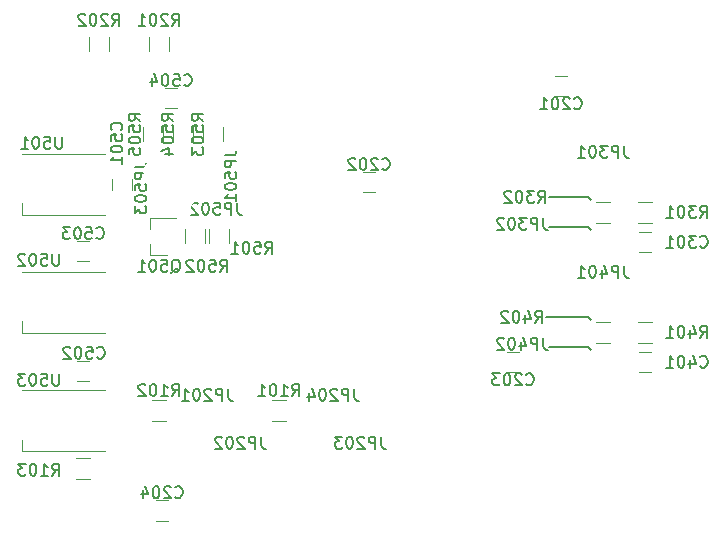
<source format=gbo>
%TF.GenerationSoftware,KiCad,Pcbnew,(2017-10-29 revision a6f84051e)-master*%
%TF.CreationDate,2018-04-26T10:12:28+02:00*%
%TF.ProjectId,ledbox,6C6564626F782E6B696361645F706362,rev?*%
%TF.SameCoordinates,Original*%
%TF.FileFunction,Legend,Bot*%
%TF.FilePolarity,Positive*%
%FSLAX46Y46*%
G04 Gerber Fmt 4.6, Leading zero omitted, Abs format (unit mm)*
G04 Created by KiCad (PCBNEW (2017-10-29 revision a6f84051e)-master) date Thursday, 26 April 2018 'AMt' 10:12:28*
%MOMM*%
%LPD*%
G01*
G04 APERTURE LIST*
%ADD10C,0.200000*%
%ADD11C,0.120000*%
%ADD12C,0.150000*%
%ADD13C,6.400000*%
%ADD14C,0.800000*%
%ADD15R,1.600000X1.600000*%
%ADD16C,1.600000*%
%ADD17R,1.000000X1.250000*%
%ADD18R,1.250000X1.000000*%
%ADD19R,1.800000X1.800000*%
%ADD20C,1.800000*%
%ADD21O,2.600000X2.000000*%
%ADD22R,2.600000X2.000000*%
%ADD23R,2.500000X2.500000*%
%ADD24C,2.500000*%
%ADD25R,2.000000X2.600000*%
%ADD26O,2.000000X2.600000*%
%ADD27R,0.900000X0.800000*%
%ADD28R,0.700000X1.300000*%
%ADD29R,1.300000X0.700000*%
%ADD30R,1.600000X2.400000*%
%ADD31O,1.600000X2.400000*%
%ADD32R,2.400000X1.600000*%
%ADD33O,2.400000X1.600000*%
%ADD34R,1.600000X1.000000*%
%ADD35O,1.727200X1.727200*%
%ADD36R,1.727200X1.727200*%
G04 APERTURE END LIST*
D10*
X169418000Y-116078000D02*
X169672000Y-116332000D01*
X169418000Y-128778000D02*
X169672000Y-129032000D01*
X166116000Y-128778000D02*
X169418000Y-128778000D01*
X169418000Y-126238000D02*
X169672000Y-126492000D01*
X165862000Y-126238000D02*
X169418000Y-126238000D01*
X169418000Y-118618000D02*
X169672000Y-118872000D01*
X166116000Y-118618000D02*
X169418000Y-118618000D01*
X166116000Y-116078000D02*
X169418000Y-116078000D01*
D11*
%TO.C,C201*%
X167632000Y-107530000D02*
X166632000Y-107530000D01*
X166632000Y-105830000D02*
X167632000Y-105830000D01*
%TO.C,C202*%
X151376000Y-115658000D02*
X150376000Y-115658000D01*
X150376000Y-113958000D02*
X151376000Y-113958000D01*
%TO.C,C203*%
X163568000Y-130898000D02*
X162568000Y-130898000D01*
X162568000Y-129198000D02*
X163568000Y-129198000D01*
%TO.C,C204*%
X132850000Y-141757000D02*
X133850000Y-141757000D01*
X133850000Y-143457000D02*
X132850000Y-143457000D01*
%TO.C,C301*%
X173744000Y-119038000D02*
X174744000Y-119038000D01*
X174744000Y-120738000D02*
X173744000Y-120738000D01*
%TO.C,C401*%
X173744000Y-129198000D02*
X174744000Y-129198000D01*
X174744000Y-130898000D02*
X173744000Y-130898000D01*
%TO.C,C501*%
X130850000Y-114500000D02*
X130850000Y-115500000D01*
X129150000Y-115500000D02*
X129150000Y-114500000D01*
%TO.C,C502*%
X126185000Y-129960000D02*
X127185000Y-129960000D01*
X127185000Y-131660000D02*
X126185000Y-131660000D01*
%TO.C,C503*%
X126185000Y-119800000D02*
X127185000Y-119800000D01*
X127185000Y-121500000D02*
X126185000Y-121500000D01*
%TO.C,C504*%
X134612000Y-108546000D02*
X133612000Y-108546000D01*
X133612000Y-106846000D02*
X134612000Y-106846000D01*
%TO.C,Q501*%
X132336000Y-120960000D02*
X132336000Y-120030000D01*
X132336000Y-117800000D02*
X132336000Y-118730000D01*
X132336000Y-117800000D02*
X134496000Y-117800000D01*
X132336000Y-120960000D02*
X133796000Y-120960000D01*
%TO.C,R101*%
X142656000Y-134992000D02*
X143856000Y-134992000D01*
X143856000Y-133232000D02*
X142656000Y-133232000D01*
%TO.C,R102*%
X132496000Y-134992000D02*
X133696000Y-134992000D01*
X133696000Y-133232000D02*
X132496000Y-133232000D01*
%TO.C,R103*%
X127285000Y-138185000D02*
X126085000Y-138185000D01*
X126085000Y-139945000D02*
X127285000Y-139945000D01*
%TO.C,R201*%
X132216000Y-102524000D02*
X132216000Y-103724000D01*
X133976000Y-103724000D02*
X133976000Y-102524000D01*
%TO.C,R202*%
X128896000Y-103724000D02*
X128896000Y-102524000D01*
X127136000Y-102524000D02*
X127136000Y-103724000D01*
%TO.C,R301*%
X174844000Y-116468000D02*
X173644000Y-116468000D01*
X173644000Y-118228000D02*
X174844000Y-118228000D01*
%TO.C,R302*%
X171288000Y-116468000D02*
X170088000Y-116468000D01*
X170088000Y-118228000D02*
X171288000Y-118228000D01*
%TO.C,R401*%
X174844000Y-126628000D02*
X173644000Y-126628000D01*
X173644000Y-128388000D02*
X174844000Y-128388000D01*
%TO.C,R402*%
X171288000Y-126628000D02*
X170088000Y-126628000D01*
X170088000Y-128388000D02*
X171288000Y-128388000D01*
%TO.C,R501*%
X139056000Y-119980000D02*
X139056000Y-118780000D01*
X137296000Y-118780000D02*
X137296000Y-119980000D01*
%TO.C,R502*%
X137024000Y-119980000D02*
X137024000Y-118780000D01*
X135264000Y-118780000D02*
X135264000Y-119980000D01*
%TO.C,R503*%
X138548000Y-111344000D02*
X138548000Y-110144000D01*
X136788000Y-110144000D02*
X136788000Y-111344000D01*
%TO.C,R504*%
X134248000Y-110144000D02*
X134248000Y-111344000D01*
X136008000Y-111344000D02*
X136008000Y-110144000D01*
%TO.C,R505*%
X133468000Y-111344000D02*
X133468000Y-110144000D01*
X131708000Y-110144000D02*
X131708000Y-111344000D01*
%TO.C,U501*%
X128500000Y-112400000D02*
X121500000Y-112400000D01*
X128500000Y-117600000D02*
X121500000Y-117600000D01*
X121500000Y-117600000D02*
X121500000Y-116600000D01*
%TO.C,U502*%
X121500000Y-127600000D02*
X121500000Y-126600000D01*
X128500000Y-127600000D02*
X121500000Y-127600000D01*
X128500000Y-122400000D02*
X121500000Y-122400000D01*
%TO.C,U503*%
X128500000Y-132400000D02*
X121500000Y-132400000D01*
X128500000Y-137600000D02*
X121500000Y-137600000D01*
X121500000Y-137600000D02*
X121500000Y-136600000D01*
%TO.C,C201*%
D12*
X168251047Y-108537142D02*
X168298666Y-108584761D01*
X168441523Y-108632380D01*
X168536761Y-108632380D01*
X168679619Y-108584761D01*
X168774857Y-108489523D01*
X168822476Y-108394285D01*
X168870095Y-108203809D01*
X168870095Y-108060952D01*
X168822476Y-107870476D01*
X168774857Y-107775238D01*
X168679619Y-107680000D01*
X168536761Y-107632380D01*
X168441523Y-107632380D01*
X168298666Y-107680000D01*
X168251047Y-107727619D01*
X167870095Y-107727619D02*
X167822476Y-107680000D01*
X167727238Y-107632380D01*
X167489142Y-107632380D01*
X167393904Y-107680000D01*
X167346285Y-107727619D01*
X167298666Y-107822857D01*
X167298666Y-107918095D01*
X167346285Y-108060952D01*
X167917714Y-108632380D01*
X167298666Y-108632380D01*
X166679619Y-107632380D02*
X166584380Y-107632380D01*
X166489142Y-107680000D01*
X166441523Y-107727619D01*
X166393904Y-107822857D01*
X166346285Y-108013333D01*
X166346285Y-108251428D01*
X166393904Y-108441904D01*
X166441523Y-108537142D01*
X166489142Y-108584761D01*
X166584380Y-108632380D01*
X166679619Y-108632380D01*
X166774857Y-108584761D01*
X166822476Y-108537142D01*
X166870095Y-108441904D01*
X166917714Y-108251428D01*
X166917714Y-108013333D01*
X166870095Y-107822857D01*
X166822476Y-107727619D01*
X166774857Y-107680000D01*
X166679619Y-107632380D01*
X165393904Y-108632380D02*
X165965333Y-108632380D01*
X165679619Y-108632380D02*
X165679619Y-107632380D01*
X165774857Y-107775238D01*
X165870095Y-107870476D01*
X165965333Y-107918095D01*
%TO.C,C202*%
X151995047Y-113665142D02*
X152042666Y-113712761D01*
X152185523Y-113760380D01*
X152280761Y-113760380D01*
X152423619Y-113712761D01*
X152518857Y-113617523D01*
X152566476Y-113522285D01*
X152614095Y-113331809D01*
X152614095Y-113188952D01*
X152566476Y-112998476D01*
X152518857Y-112903238D01*
X152423619Y-112808000D01*
X152280761Y-112760380D01*
X152185523Y-112760380D01*
X152042666Y-112808000D01*
X151995047Y-112855619D01*
X151614095Y-112855619D02*
X151566476Y-112808000D01*
X151471238Y-112760380D01*
X151233142Y-112760380D01*
X151137904Y-112808000D01*
X151090285Y-112855619D01*
X151042666Y-112950857D01*
X151042666Y-113046095D01*
X151090285Y-113188952D01*
X151661714Y-113760380D01*
X151042666Y-113760380D01*
X150423619Y-112760380D02*
X150328380Y-112760380D01*
X150233142Y-112808000D01*
X150185523Y-112855619D01*
X150137904Y-112950857D01*
X150090285Y-113141333D01*
X150090285Y-113379428D01*
X150137904Y-113569904D01*
X150185523Y-113665142D01*
X150233142Y-113712761D01*
X150328380Y-113760380D01*
X150423619Y-113760380D01*
X150518857Y-113712761D01*
X150566476Y-113665142D01*
X150614095Y-113569904D01*
X150661714Y-113379428D01*
X150661714Y-113141333D01*
X150614095Y-112950857D01*
X150566476Y-112855619D01*
X150518857Y-112808000D01*
X150423619Y-112760380D01*
X149709333Y-112855619D02*
X149661714Y-112808000D01*
X149566476Y-112760380D01*
X149328380Y-112760380D01*
X149233142Y-112808000D01*
X149185523Y-112855619D01*
X149137904Y-112950857D01*
X149137904Y-113046095D01*
X149185523Y-113188952D01*
X149756952Y-113760380D01*
X149137904Y-113760380D01*
%TO.C,C203*%
X164187047Y-131905142D02*
X164234666Y-131952761D01*
X164377523Y-132000380D01*
X164472761Y-132000380D01*
X164615619Y-131952761D01*
X164710857Y-131857523D01*
X164758476Y-131762285D01*
X164806095Y-131571809D01*
X164806095Y-131428952D01*
X164758476Y-131238476D01*
X164710857Y-131143238D01*
X164615619Y-131048000D01*
X164472761Y-131000380D01*
X164377523Y-131000380D01*
X164234666Y-131048000D01*
X164187047Y-131095619D01*
X163806095Y-131095619D02*
X163758476Y-131048000D01*
X163663238Y-131000380D01*
X163425142Y-131000380D01*
X163329904Y-131048000D01*
X163282285Y-131095619D01*
X163234666Y-131190857D01*
X163234666Y-131286095D01*
X163282285Y-131428952D01*
X163853714Y-132000380D01*
X163234666Y-132000380D01*
X162615619Y-131000380D02*
X162520380Y-131000380D01*
X162425142Y-131048000D01*
X162377523Y-131095619D01*
X162329904Y-131190857D01*
X162282285Y-131381333D01*
X162282285Y-131619428D01*
X162329904Y-131809904D01*
X162377523Y-131905142D01*
X162425142Y-131952761D01*
X162520380Y-132000380D01*
X162615619Y-132000380D01*
X162710857Y-131952761D01*
X162758476Y-131905142D01*
X162806095Y-131809904D01*
X162853714Y-131619428D01*
X162853714Y-131381333D01*
X162806095Y-131190857D01*
X162758476Y-131095619D01*
X162710857Y-131048000D01*
X162615619Y-131000380D01*
X161948952Y-131000380D02*
X161329904Y-131000380D01*
X161663238Y-131381333D01*
X161520380Y-131381333D01*
X161425142Y-131428952D01*
X161377523Y-131476571D01*
X161329904Y-131571809D01*
X161329904Y-131809904D01*
X161377523Y-131905142D01*
X161425142Y-131952761D01*
X161520380Y-132000380D01*
X161806095Y-132000380D01*
X161901333Y-131952761D01*
X161948952Y-131905142D01*
%TO.C,C204*%
X134469047Y-141464142D02*
X134516666Y-141511761D01*
X134659523Y-141559380D01*
X134754761Y-141559380D01*
X134897619Y-141511761D01*
X134992857Y-141416523D01*
X135040476Y-141321285D01*
X135088095Y-141130809D01*
X135088095Y-140987952D01*
X135040476Y-140797476D01*
X134992857Y-140702238D01*
X134897619Y-140607000D01*
X134754761Y-140559380D01*
X134659523Y-140559380D01*
X134516666Y-140607000D01*
X134469047Y-140654619D01*
X134088095Y-140654619D02*
X134040476Y-140607000D01*
X133945238Y-140559380D01*
X133707142Y-140559380D01*
X133611904Y-140607000D01*
X133564285Y-140654619D01*
X133516666Y-140749857D01*
X133516666Y-140845095D01*
X133564285Y-140987952D01*
X134135714Y-141559380D01*
X133516666Y-141559380D01*
X132897619Y-140559380D02*
X132802380Y-140559380D01*
X132707142Y-140607000D01*
X132659523Y-140654619D01*
X132611904Y-140749857D01*
X132564285Y-140940333D01*
X132564285Y-141178428D01*
X132611904Y-141368904D01*
X132659523Y-141464142D01*
X132707142Y-141511761D01*
X132802380Y-141559380D01*
X132897619Y-141559380D01*
X132992857Y-141511761D01*
X133040476Y-141464142D01*
X133088095Y-141368904D01*
X133135714Y-141178428D01*
X133135714Y-140940333D01*
X133088095Y-140749857D01*
X133040476Y-140654619D01*
X132992857Y-140607000D01*
X132897619Y-140559380D01*
X131707142Y-140892714D02*
X131707142Y-141559380D01*
X131945238Y-140511761D02*
X132183333Y-141226047D01*
X131564285Y-141226047D01*
%TO.C,C301*%
X178919047Y-120245142D02*
X178966666Y-120292761D01*
X179109523Y-120340380D01*
X179204761Y-120340380D01*
X179347619Y-120292761D01*
X179442857Y-120197523D01*
X179490476Y-120102285D01*
X179538095Y-119911809D01*
X179538095Y-119768952D01*
X179490476Y-119578476D01*
X179442857Y-119483238D01*
X179347619Y-119388000D01*
X179204761Y-119340380D01*
X179109523Y-119340380D01*
X178966666Y-119388000D01*
X178919047Y-119435619D01*
X178585714Y-119340380D02*
X177966666Y-119340380D01*
X178300000Y-119721333D01*
X178157142Y-119721333D01*
X178061904Y-119768952D01*
X178014285Y-119816571D01*
X177966666Y-119911809D01*
X177966666Y-120149904D01*
X178014285Y-120245142D01*
X178061904Y-120292761D01*
X178157142Y-120340380D01*
X178442857Y-120340380D01*
X178538095Y-120292761D01*
X178585714Y-120245142D01*
X177347619Y-119340380D02*
X177252380Y-119340380D01*
X177157142Y-119388000D01*
X177109523Y-119435619D01*
X177061904Y-119530857D01*
X177014285Y-119721333D01*
X177014285Y-119959428D01*
X177061904Y-120149904D01*
X177109523Y-120245142D01*
X177157142Y-120292761D01*
X177252380Y-120340380D01*
X177347619Y-120340380D01*
X177442857Y-120292761D01*
X177490476Y-120245142D01*
X177538095Y-120149904D01*
X177585714Y-119959428D01*
X177585714Y-119721333D01*
X177538095Y-119530857D01*
X177490476Y-119435619D01*
X177442857Y-119388000D01*
X177347619Y-119340380D01*
X176061904Y-120340380D02*
X176633333Y-120340380D01*
X176347619Y-120340380D02*
X176347619Y-119340380D01*
X176442857Y-119483238D01*
X176538095Y-119578476D01*
X176633333Y-119626095D01*
%TO.C,C401*%
X178919047Y-130405142D02*
X178966666Y-130452761D01*
X179109523Y-130500380D01*
X179204761Y-130500380D01*
X179347619Y-130452761D01*
X179442857Y-130357523D01*
X179490476Y-130262285D01*
X179538095Y-130071809D01*
X179538095Y-129928952D01*
X179490476Y-129738476D01*
X179442857Y-129643238D01*
X179347619Y-129548000D01*
X179204761Y-129500380D01*
X179109523Y-129500380D01*
X178966666Y-129548000D01*
X178919047Y-129595619D01*
X178061904Y-129833714D02*
X178061904Y-130500380D01*
X178300000Y-129452761D02*
X178538095Y-130167047D01*
X177919047Y-130167047D01*
X177347619Y-129500380D02*
X177252380Y-129500380D01*
X177157142Y-129548000D01*
X177109523Y-129595619D01*
X177061904Y-129690857D01*
X177014285Y-129881333D01*
X177014285Y-130119428D01*
X177061904Y-130309904D01*
X177109523Y-130405142D01*
X177157142Y-130452761D01*
X177252380Y-130500380D01*
X177347619Y-130500380D01*
X177442857Y-130452761D01*
X177490476Y-130405142D01*
X177538095Y-130309904D01*
X177585714Y-130119428D01*
X177585714Y-129881333D01*
X177538095Y-129690857D01*
X177490476Y-129595619D01*
X177442857Y-129548000D01*
X177347619Y-129500380D01*
X176061904Y-130500380D02*
X176633333Y-130500380D01*
X176347619Y-130500380D02*
X176347619Y-129500380D01*
X176442857Y-129643238D01*
X176538095Y-129738476D01*
X176633333Y-129786095D01*
%TO.C,C501*%
X129897142Y-110386952D02*
X129944761Y-110339333D01*
X129992380Y-110196476D01*
X129992380Y-110101238D01*
X129944761Y-109958380D01*
X129849523Y-109863142D01*
X129754285Y-109815523D01*
X129563809Y-109767904D01*
X129420952Y-109767904D01*
X129230476Y-109815523D01*
X129135238Y-109863142D01*
X129040000Y-109958380D01*
X128992380Y-110101238D01*
X128992380Y-110196476D01*
X129040000Y-110339333D01*
X129087619Y-110386952D01*
X128992380Y-111291714D02*
X128992380Y-110815523D01*
X129468571Y-110767904D01*
X129420952Y-110815523D01*
X129373333Y-110910761D01*
X129373333Y-111148857D01*
X129420952Y-111244095D01*
X129468571Y-111291714D01*
X129563809Y-111339333D01*
X129801904Y-111339333D01*
X129897142Y-111291714D01*
X129944761Y-111244095D01*
X129992380Y-111148857D01*
X129992380Y-110910761D01*
X129944761Y-110815523D01*
X129897142Y-110767904D01*
X128992380Y-111958380D02*
X128992380Y-112053619D01*
X129040000Y-112148857D01*
X129087619Y-112196476D01*
X129182857Y-112244095D01*
X129373333Y-112291714D01*
X129611428Y-112291714D01*
X129801904Y-112244095D01*
X129897142Y-112196476D01*
X129944761Y-112148857D01*
X129992380Y-112053619D01*
X129992380Y-111958380D01*
X129944761Y-111863142D01*
X129897142Y-111815523D01*
X129801904Y-111767904D01*
X129611428Y-111720285D01*
X129373333Y-111720285D01*
X129182857Y-111767904D01*
X129087619Y-111815523D01*
X129040000Y-111863142D01*
X128992380Y-111958380D01*
X129992380Y-113244095D02*
X129992380Y-112672666D01*
X129992380Y-112958380D02*
X128992380Y-112958380D01*
X129135238Y-112863142D01*
X129230476Y-112767904D01*
X129278095Y-112672666D01*
%TO.C,C502*%
X127865047Y-129643142D02*
X127912666Y-129690761D01*
X128055523Y-129738380D01*
X128150761Y-129738380D01*
X128293619Y-129690761D01*
X128388857Y-129595523D01*
X128436476Y-129500285D01*
X128484095Y-129309809D01*
X128484095Y-129166952D01*
X128436476Y-128976476D01*
X128388857Y-128881238D01*
X128293619Y-128786000D01*
X128150761Y-128738380D01*
X128055523Y-128738380D01*
X127912666Y-128786000D01*
X127865047Y-128833619D01*
X126960285Y-128738380D02*
X127436476Y-128738380D01*
X127484095Y-129214571D01*
X127436476Y-129166952D01*
X127341238Y-129119333D01*
X127103142Y-129119333D01*
X127007904Y-129166952D01*
X126960285Y-129214571D01*
X126912666Y-129309809D01*
X126912666Y-129547904D01*
X126960285Y-129643142D01*
X127007904Y-129690761D01*
X127103142Y-129738380D01*
X127341238Y-129738380D01*
X127436476Y-129690761D01*
X127484095Y-129643142D01*
X126293619Y-128738380D02*
X126198380Y-128738380D01*
X126103142Y-128786000D01*
X126055523Y-128833619D01*
X126007904Y-128928857D01*
X125960285Y-129119333D01*
X125960285Y-129357428D01*
X126007904Y-129547904D01*
X126055523Y-129643142D01*
X126103142Y-129690761D01*
X126198380Y-129738380D01*
X126293619Y-129738380D01*
X126388857Y-129690761D01*
X126436476Y-129643142D01*
X126484095Y-129547904D01*
X126531714Y-129357428D01*
X126531714Y-129119333D01*
X126484095Y-128928857D01*
X126436476Y-128833619D01*
X126388857Y-128786000D01*
X126293619Y-128738380D01*
X125579333Y-128833619D02*
X125531714Y-128786000D01*
X125436476Y-128738380D01*
X125198380Y-128738380D01*
X125103142Y-128786000D01*
X125055523Y-128833619D01*
X125007904Y-128928857D01*
X125007904Y-129024095D01*
X125055523Y-129166952D01*
X125626952Y-129738380D01*
X125007904Y-129738380D01*
%TO.C,C503*%
X127804047Y-119507142D02*
X127851666Y-119554761D01*
X127994523Y-119602380D01*
X128089761Y-119602380D01*
X128232619Y-119554761D01*
X128327857Y-119459523D01*
X128375476Y-119364285D01*
X128423095Y-119173809D01*
X128423095Y-119030952D01*
X128375476Y-118840476D01*
X128327857Y-118745238D01*
X128232619Y-118650000D01*
X128089761Y-118602380D01*
X127994523Y-118602380D01*
X127851666Y-118650000D01*
X127804047Y-118697619D01*
X126899285Y-118602380D02*
X127375476Y-118602380D01*
X127423095Y-119078571D01*
X127375476Y-119030952D01*
X127280238Y-118983333D01*
X127042142Y-118983333D01*
X126946904Y-119030952D01*
X126899285Y-119078571D01*
X126851666Y-119173809D01*
X126851666Y-119411904D01*
X126899285Y-119507142D01*
X126946904Y-119554761D01*
X127042142Y-119602380D01*
X127280238Y-119602380D01*
X127375476Y-119554761D01*
X127423095Y-119507142D01*
X126232619Y-118602380D02*
X126137380Y-118602380D01*
X126042142Y-118650000D01*
X125994523Y-118697619D01*
X125946904Y-118792857D01*
X125899285Y-118983333D01*
X125899285Y-119221428D01*
X125946904Y-119411904D01*
X125994523Y-119507142D01*
X126042142Y-119554761D01*
X126137380Y-119602380D01*
X126232619Y-119602380D01*
X126327857Y-119554761D01*
X126375476Y-119507142D01*
X126423095Y-119411904D01*
X126470714Y-119221428D01*
X126470714Y-118983333D01*
X126423095Y-118792857D01*
X126375476Y-118697619D01*
X126327857Y-118650000D01*
X126232619Y-118602380D01*
X125565952Y-118602380D02*
X124946904Y-118602380D01*
X125280238Y-118983333D01*
X125137380Y-118983333D01*
X125042142Y-119030952D01*
X124994523Y-119078571D01*
X124946904Y-119173809D01*
X124946904Y-119411904D01*
X124994523Y-119507142D01*
X125042142Y-119554761D01*
X125137380Y-119602380D01*
X125423095Y-119602380D01*
X125518333Y-119554761D01*
X125565952Y-119507142D01*
%TO.C,C504*%
X135231047Y-106553142D02*
X135278666Y-106600761D01*
X135421523Y-106648380D01*
X135516761Y-106648380D01*
X135659619Y-106600761D01*
X135754857Y-106505523D01*
X135802476Y-106410285D01*
X135850095Y-106219809D01*
X135850095Y-106076952D01*
X135802476Y-105886476D01*
X135754857Y-105791238D01*
X135659619Y-105696000D01*
X135516761Y-105648380D01*
X135421523Y-105648380D01*
X135278666Y-105696000D01*
X135231047Y-105743619D01*
X134326285Y-105648380D02*
X134802476Y-105648380D01*
X134850095Y-106124571D01*
X134802476Y-106076952D01*
X134707238Y-106029333D01*
X134469142Y-106029333D01*
X134373904Y-106076952D01*
X134326285Y-106124571D01*
X134278666Y-106219809D01*
X134278666Y-106457904D01*
X134326285Y-106553142D01*
X134373904Y-106600761D01*
X134469142Y-106648380D01*
X134707238Y-106648380D01*
X134802476Y-106600761D01*
X134850095Y-106553142D01*
X133659619Y-105648380D02*
X133564380Y-105648380D01*
X133469142Y-105696000D01*
X133421523Y-105743619D01*
X133373904Y-105838857D01*
X133326285Y-106029333D01*
X133326285Y-106267428D01*
X133373904Y-106457904D01*
X133421523Y-106553142D01*
X133469142Y-106600761D01*
X133564380Y-106648380D01*
X133659619Y-106648380D01*
X133754857Y-106600761D01*
X133802476Y-106553142D01*
X133850095Y-106457904D01*
X133897714Y-106267428D01*
X133897714Y-106029333D01*
X133850095Y-105838857D01*
X133802476Y-105743619D01*
X133754857Y-105696000D01*
X133659619Y-105648380D01*
X132469142Y-105981714D02*
X132469142Y-106648380D01*
X132707238Y-105600761D02*
X132945333Y-106315047D01*
X132326285Y-106315047D01*
%TO.C,JP201*%
X138945714Y-132294380D02*
X138945714Y-133008666D01*
X138993333Y-133151523D01*
X139088571Y-133246761D01*
X139231428Y-133294380D01*
X139326666Y-133294380D01*
X138469523Y-133294380D02*
X138469523Y-132294380D01*
X138088571Y-132294380D01*
X137993333Y-132342000D01*
X137945714Y-132389619D01*
X137898095Y-132484857D01*
X137898095Y-132627714D01*
X137945714Y-132722952D01*
X137993333Y-132770571D01*
X138088571Y-132818190D01*
X138469523Y-132818190D01*
X137517142Y-132389619D02*
X137469523Y-132342000D01*
X137374285Y-132294380D01*
X137136190Y-132294380D01*
X137040952Y-132342000D01*
X136993333Y-132389619D01*
X136945714Y-132484857D01*
X136945714Y-132580095D01*
X136993333Y-132722952D01*
X137564761Y-133294380D01*
X136945714Y-133294380D01*
X136326666Y-132294380D02*
X136231428Y-132294380D01*
X136136190Y-132342000D01*
X136088571Y-132389619D01*
X136040952Y-132484857D01*
X135993333Y-132675333D01*
X135993333Y-132913428D01*
X136040952Y-133103904D01*
X136088571Y-133199142D01*
X136136190Y-133246761D01*
X136231428Y-133294380D01*
X136326666Y-133294380D01*
X136421904Y-133246761D01*
X136469523Y-133199142D01*
X136517142Y-133103904D01*
X136564761Y-132913428D01*
X136564761Y-132675333D01*
X136517142Y-132484857D01*
X136469523Y-132389619D01*
X136421904Y-132342000D01*
X136326666Y-132294380D01*
X135040952Y-133294380D02*
X135612380Y-133294380D01*
X135326666Y-133294380D02*
X135326666Y-132294380D01*
X135421904Y-132437238D01*
X135517142Y-132532476D01*
X135612380Y-132580095D01*
%TO.C,JP202*%
X141739714Y-136358380D02*
X141739714Y-137072666D01*
X141787333Y-137215523D01*
X141882571Y-137310761D01*
X142025428Y-137358380D01*
X142120666Y-137358380D01*
X141263523Y-137358380D02*
X141263523Y-136358380D01*
X140882571Y-136358380D01*
X140787333Y-136406000D01*
X140739714Y-136453619D01*
X140692095Y-136548857D01*
X140692095Y-136691714D01*
X140739714Y-136786952D01*
X140787333Y-136834571D01*
X140882571Y-136882190D01*
X141263523Y-136882190D01*
X140311142Y-136453619D02*
X140263523Y-136406000D01*
X140168285Y-136358380D01*
X139930190Y-136358380D01*
X139834952Y-136406000D01*
X139787333Y-136453619D01*
X139739714Y-136548857D01*
X139739714Y-136644095D01*
X139787333Y-136786952D01*
X140358761Y-137358380D01*
X139739714Y-137358380D01*
X139120666Y-136358380D02*
X139025428Y-136358380D01*
X138930190Y-136406000D01*
X138882571Y-136453619D01*
X138834952Y-136548857D01*
X138787333Y-136739333D01*
X138787333Y-136977428D01*
X138834952Y-137167904D01*
X138882571Y-137263142D01*
X138930190Y-137310761D01*
X139025428Y-137358380D01*
X139120666Y-137358380D01*
X139215904Y-137310761D01*
X139263523Y-137263142D01*
X139311142Y-137167904D01*
X139358761Y-136977428D01*
X139358761Y-136739333D01*
X139311142Y-136548857D01*
X139263523Y-136453619D01*
X139215904Y-136406000D01*
X139120666Y-136358380D01*
X138406380Y-136453619D02*
X138358761Y-136406000D01*
X138263523Y-136358380D01*
X138025428Y-136358380D01*
X137930190Y-136406000D01*
X137882571Y-136453619D01*
X137834952Y-136548857D01*
X137834952Y-136644095D01*
X137882571Y-136786952D01*
X138454000Y-137358380D01*
X137834952Y-137358380D01*
%TO.C,JP203*%
X151899714Y-136358380D02*
X151899714Y-137072666D01*
X151947333Y-137215523D01*
X152042571Y-137310761D01*
X152185428Y-137358380D01*
X152280666Y-137358380D01*
X151423523Y-137358380D02*
X151423523Y-136358380D01*
X151042571Y-136358380D01*
X150947333Y-136406000D01*
X150899714Y-136453619D01*
X150852095Y-136548857D01*
X150852095Y-136691714D01*
X150899714Y-136786952D01*
X150947333Y-136834571D01*
X151042571Y-136882190D01*
X151423523Y-136882190D01*
X150471142Y-136453619D02*
X150423523Y-136406000D01*
X150328285Y-136358380D01*
X150090190Y-136358380D01*
X149994952Y-136406000D01*
X149947333Y-136453619D01*
X149899714Y-136548857D01*
X149899714Y-136644095D01*
X149947333Y-136786952D01*
X150518761Y-137358380D01*
X149899714Y-137358380D01*
X149280666Y-136358380D02*
X149185428Y-136358380D01*
X149090190Y-136406000D01*
X149042571Y-136453619D01*
X148994952Y-136548857D01*
X148947333Y-136739333D01*
X148947333Y-136977428D01*
X148994952Y-137167904D01*
X149042571Y-137263142D01*
X149090190Y-137310761D01*
X149185428Y-137358380D01*
X149280666Y-137358380D01*
X149375904Y-137310761D01*
X149423523Y-137263142D01*
X149471142Y-137167904D01*
X149518761Y-136977428D01*
X149518761Y-136739333D01*
X149471142Y-136548857D01*
X149423523Y-136453619D01*
X149375904Y-136406000D01*
X149280666Y-136358380D01*
X148614000Y-136358380D02*
X147994952Y-136358380D01*
X148328285Y-136739333D01*
X148185428Y-136739333D01*
X148090190Y-136786952D01*
X148042571Y-136834571D01*
X147994952Y-136929809D01*
X147994952Y-137167904D01*
X148042571Y-137263142D01*
X148090190Y-137310761D01*
X148185428Y-137358380D01*
X148471142Y-137358380D01*
X148566380Y-137310761D01*
X148614000Y-137263142D01*
%TO.C,JP204*%
X149613714Y-132294380D02*
X149613714Y-133008666D01*
X149661333Y-133151523D01*
X149756571Y-133246761D01*
X149899428Y-133294380D01*
X149994666Y-133294380D01*
X149137523Y-133294380D02*
X149137523Y-132294380D01*
X148756571Y-132294380D01*
X148661333Y-132342000D01*
X148613714Y-132389619D01*
X148566095Y-132484857D01*
X148566095Y-132627714D01*
X148613714Y-132722952D01*
X148661333Y-132770571D01*
X148756571Y-132818190D01*
X149137523Y-132818190D01*
X148185142Y-132389619D02*
X148137523Y-132342000D01*
X148042285Y-132294380D01*
X147804190Y-132294380D01*
X147708952Y-132342000D01*
X147661333Y-132389619D01*
X147613714Y-132484857D01*
X147613714Y-132580095D01*
X147661333Y-132722952D01*
X148232761Y-133294380D01*
X147613714Y-133294380D01*
X146994666Y-132294380D02*
X146899428Y-132294380D01*
X146804190Y-132342000D01*
X146756571Y-132389619D01*
X146708952Y-132484857D01*
X146661333Y-132675333D01*
X146661333Y-132913428D01*
X146708952Y-133103904D01*
X146756571Y-133199142D01*
X146804190Y-133246761D01*
X146899428Y-133294380D01*
X146994666Y-133294380D01*
X147089904Y-133246761D01*
X147137523Y-133199142D01*
X147185142Y-133103904D01*
X147232761Y-132913428D01*
X147232761Y-132675333D01*
X147185142Y-132484857D01*
X147137523Y-132389619D01*
X147089904Y-132342000D01*
X146994666Y-132294380D01*
X145804190Y-132627714D02*
X145804190Y-133294380D01*
X146042285Y-132246761D02*
X146280380Y-132961047D01*
X145661333Y-132961047D01*
%TO.C,JP301*%
X172473714Y-111720380D02*
X172473714Y-112434666D01*
X172521333Y-112577523D01*
X172616571Y-112672761D01*
X172759428Y-112720380D01*
X172854666Y-112720380D01*
X171997523Y-112720380D02*
X171997523Y-111720380D01*
X171616571Y-111720380D01*
X171521333Y-111768000D01*
X171473714Y-111815619D01*
X171426095Y-111910857D01*
X171426095Y-112053714D01*
X171473714Y-112148952D01*
X171521333Y-112196571D01*
X171616571Y-112244190D01*
X171997523Y-112244190D01*
X171092761Y-111720380D02*
X170473714Y-111720380D01*
X170807047Y-112101333D01*
X170664190Y-112101333D01*
X170568952Y-112148952D01*
X170521333Y-112196571D01*
X170473714Y-112291809D01*
X170473714Y-112529904D01*
X170521333Y-112625142D01*
X170568952Y-112672761D01*
X170664190Y-112720380D01*
X170949904Y-112720380D01*
X171045142Y-112672761D01*
X171092761Y-112625142D01*
X169854666Y-111720380D02*
X169759428Y-111720380D01*
X169664190Y-111768000D01*
X169616571Y-111815619D01*
X169568952Y-111910857D01*
X169521333Y-112101333D01*
X169521333Y-112339428D01*
X169568952Y-112529904D01*
X169616571Y-112625142D01*
X169664190Y-112672761D01*
X169759428Y-112720380D01*
X169854666Y-112720380D01*
X169949904Y-112672761D01*
X169997523Y-112625142D01*
X170045142Y-112529904D01*
X170092761Y-112339428D01*
X170092761Y-112101333D01*
X170045142Y-111910857D01*
X169997523Y-111815619D01*
X169949904Y-111768000D01*
X169854666Y-111720380D01*
X168568952Y-112720380D02*
X169140380Y-112720380D01*
X168854666Y-112720380D02*
X168854666Y-111720380D01*
X168949904Y-111863238D01*
X169045142Y-111958476D01*
X169140380Y-112006095D01*
%TO.C,JP302*%
X165615714Y-117816380D02*
X165615714Y-118530666D01*
X165663333Y-118673523D01*
X165758571Y-118768761D01*
X165901428Y-118816380D01*
X165996666Y-118816380D01*
X165139523Y-118816380D02*
X165139523Y-117816380D01*
X164758571Y-117816380D01*
X164663333Y-117864000D01*
X164615714Y-117911619D01*
X164568095Y-118006857D01*
X164568095Y-118149714D01*
X164615714Y-118244952D01*
X164663333Y-118292571D01*
X164758571Y-118340190D01*
X165139523Y-118340190D01*
X164234761Y-117816380D02*
X163615714Y-117816380D01*
X163949047Y-118197333D01*
X163806190Y-118197333D01*
X163710952Y-118244952D01*
X163663333Y-118292571D01*
X163615714Y-118387809D01*
X163615714Y-118625904D01*
X163663333Y-118721142D01*
X163710952Y-118768761D01*
X163806190Y-118816380D01*
X164091904Y-118816380D01*
X164187142Y-118768761D01*
X164234761Y-118721142D01*
X162996666Y-117816380D02*
X162901428Y-117816380D01*
X162806190Y-117864000D01*
X162758571Y-117911619D01*
X162710952Y-118006857D01*
X162663333Y-118197333D01*
X162663333Y-118435428D01*
X162710952Y-118625904D01*
X162758571Y-118721142D01*
X162806190Y-118768761D01*
X162901428Y-118816380D01*
X162996666Y-118816380D01*
X163091904Y-118768761D01*
X163139523Y-118721142D01*
X163187142Y-118625904D01*
X163234761Y-118435428D01*
X163234761Y-118197333D01*
X163187142Y-118006857D01*
X163139523Y-117911619D01*
X163091904Y-117864000D01*
X162996666Y-117816380D01*
X162282380Y-117911619D02*
X162234761Y-117864000D01*
X162139523Y-117816380D01*
X161901428Y-117816380D01*
X161806190Y-117864000D01*
X161758571Y-117911619D01*
X161710952Y-118006857D01*
X161710952Y-118102095D01*
X161758571Y-118244952D01*
X162330000Y-118816380D01*
X161710952Y-118816380D01*
%TO.C,JP401*%
X172473714Y-121880380D02*
X172473714Y-122594666D01*
X172521333Y-122737523D01*
X172616571Y-122832761D01*
X172759428Y-122880380D01*
X172854666Y-122880380D01*
X171997523Y-122880380D02*
X171997523Y-121880380D01*
X171616571Y-121880380D01*
X171521333Y-121928000D01*
X171473714Y-121975619D01*
X171426095Y-122070857D01*
X171426095Y-122213714D01*
X171473714Y-122308952D01*
X171521333Y-122356571D01*
X171616571Y-122404190D01*
X171997523Y-122404190D01*
X170568952Y-122213714D02*
X170568952Y-122880380D01*
X170807047Y-121832761D02*
X171045142Y-122547047D01*
X170426095Y-122547047D01*
X169854666Y-121880380D02*
X169759428Y-121880380D01*
X169664190Y-121928000D01*
X169616571Y-121975619D01*
X169568952Y-122070857D01*
X169521333Y-122261333D01*
X169521333Y-122499428D01*
X169568952Y-122689904D01*
X169616571Y-122785142D01*
X169664190Y-122832761D01*
X169759428Y-122880380D01*
X169854666Y-122880380D01*
X169949904Y-122832761D01*
X169997523Y-122785142D01*
X170045142Y-122689904D01*
X170092761Y-122499428D01*
X170092761Y-122261333D01*
X170045142Y-122070857D01*
X169997523Y-121975619D01*
X169949904Y-121928000D01*
X169854666Y-121880380D01*
X168568952Y-122880380D02*
X169140380Y-122880380D01*
X168854666Y-122880380D02*
X168854666Y-121880380D01*
X168949904Y-122023238D01*
X169045142Y-122118476D01*
X169140380Y-122166095D01*
%TO.C,JP402*%
X165615714Y-127976380D02*
X165615714Y-128690666D01*
X165663333Y-128833523D01*
X165758571Y-128928761D01*
X165901428Y-128976380D01*
X165996666Y-128976380D01*
X165139523Y-128976380D02*
X165139523Y-127976380D01*
X164758571Y-127976380D01*
X164663333Y-128024000D01*
X164615714Y-128071619D01*
X164568095Y-128166857D01*
X164568095Y-128309714D01*
X164615714Y-128404952D01*
X164663333Y-128452571D01*
X164758571Y-128500190D01*
X165139523Y-128500190D01*
X163710952Y-128309714D02*
X163710952Y-128976380D01*
X163949047Y-127928761D02*
X164187142Y-128643047D01*
X163568095Y-128643047D01*
X162996666Y-127976380D02*
X162901428Y-127976380D01*
X162806190Y-128024000D01*
X162758571Y-128071619D01*
X162710952Y-128166857D01*
X162663333Y-128357333D01*
X162663333Y-128595428D01*
X162710952Y-128785904D01*
X162758571Y-128881142D01*
X162806190Y-128928761D01*
X162901428Y-128976380D01*
X162996666Y-128976380D01*
X163091904Y-128928761D01*
X163139523Y-128881142D01*
X163187142Y-128785904D01*
X163234761Y-128595428D01*
X163234761Y-128357333D01*
X163187142Y-128166857D01*
X163139523Y-128071619D01*
X163091904Y-128024000D01*
X162996666Y-127976380D01*
X162282380Y-128071619D02*
X162234761Y-128024000D01*
X162139523Y-127976380D01*
X161901428Y-127976380D01*
X161806190Y-128024000D01*
X161758571Y-128071619D01*
X161710952Y-128166857D01*
X161710952Y-128262095D01*
X161758571Y-128404952D01*
X162330000Y-128976380D01*
X161710952Y-128976380D01*
%TO.C,JP501*%
X138644380Y-112514285D02*
X139358666Y-112514285D01*
X139501523Y-112466666D01*
X139596761Y-112371428D01*
X139644380Y-112228571D01*
X139644380Y-112133333D01*
X139644380Y-112990476D02*
X138644380Y-112990476D01*
X138644380Y-113371428D01*
X138692000Y-113466666D01*
X138739619Y-113514285D01*
X138834857Y-113561904D01*
X138977714Y-113561904D01*
X139072952Y-113514285D01*
X139120571Y-113466666D01*
X139168190Y-113371428D01*
X139168190Y-112990476D01*
X138644380Y-114466666D02*
X138644380Y-113990476D01*
X139120571Y-113942857D01*
X139072952Y-113990476D01*
X139025333Y-114085714D01*
X139025333Y-114323809D01*
X139072952Y-114419047D01*
X139120571Y-114466666D01*
X139215809Y-114514285D01*
X139453904Y-114514285D01*
X139549142Y-114466666D01*
X139596761Y-114419047D01*
X139644380Y-114323809D01*
X139644380Y-114085714D01*
X139596761Y-113990476D01*
X139549142Y-113942857D01*
X138644380Y-115133333D02*
X138644380Y-115228571D01*
X138692000Y-115323809D01*
X138739619Y-115371428D01*
X138834857Y-115419047D01*
X139025333Y-115466666D01*
X139263428Y-115466666D01*
X139453904Y-115419047D01*
X139549142Y-115371428D01*
X139596761Y-115323809D01*
X139644380Y-115228571D01*
X139644380Y-115133333D01*
X139596761Y-115038095D01*
X139549142Y-114990476D01*
X139453904Y-114942857D01*
X139263428Y-114895238D01*
X139025333Y-114895238D01*
X138834857Y-114942857D01*
X138739619Y-114990476D01*
X138692000Y-115038095D01*
X138644380Y-115133333D01*
X139644380Y-116419047D02*
X139644380Y-115847619D01*
X139644380Y-116133333D02*
X138644380Y-116133333D01*
X138787238Y-116038095D01*
X138882476Y-115942857D01*
X138930095Y-115847619D01*
%TO.C,JP502*%
X139707714Y-116546380D02*
X139707714Y-117260666D01*
X139755333Y-117403523D01*
X139850571Y-117498761D01*
X139993428Y-117546380D01*
X140088666Y-117546380D01*
X139231523Y-117546380D02*
X139231523Y-116546380D01*
X138850571Y-116546380D01*
X138755333Y-116594000D01*
X138707714Y-116641619D01*
X138660095Y-116736857D01*
X138660095Y-116879714D01*
X138707714Y-116974952D01*
X138755333Y-117022571D01*
X138850571Y-117070190D01*
X139231523Y-117070190D01*
X137755333Y-116546380D02*
X138231523Y-116546380D01*
X138279142Y-117022571D01*
X138231523Y-116974952D01*
X138136285Y-116927333D01*
X137898190Y-116927333D01*
X137802952Y-116974952D01*
X137755333Y-117022571D01*
X137707714Y-117117809D01*
X137707714Y-117355904D01*
X137755333Y-117451142D01*
X137802952Y-117498761D01*
X137898190Y-117546380D01*
X138136285Y-117546380D01*
X138231523Y-117498761D01*
X138279142Y-117451142D01*
X137088666Y-116546380D02*
X136993428Y-116546380D01*
X136898190Y-116594000D01*
X136850571Y-116641619D01*
X136802952Y-116736857D01*
X136755333Y-116927333D01*
X136755333Y-117165428D01*
X136802952Y-117355904D01*
X136850571Y-117451142D01*
X136898190Y-117498761D01*
X136993428Y-117546380D01*
X137088666Y-117546380D01*
X137183904Y-117498761D01*
X137231523Y-117451142D01*
X137279142Y-117355904D01*
X137326761Y-117165428D01*
X137326761Y-116927333D01*
X137279142Y-116736857D01*
X137231523Y-116641619D01*
X137183904Y-116594000D01*
X137088666Y-116546380D01*
X136374380Y-116641619D02*
X136326761Y-116594000D01*
X136231523Y-116546380D01*
X135993428Y-116546380D01*
X135898190Y-116594000D01*
X135850571Y-116641619D01*
X135802952Y-116736857D01*
X135802952Y-116832095D01*
X135850571Y-116974952D01*
X136422000Y-117546380D01*
X135802952Y-117546380D01*
%TO.C,JP503*%
X131024380Y-113530285D02*
X131738666Y-113530285D01*
X131881523Y-113482666D01*
X131976761Y-113387428D01*
X132024380Y-113244571D01*
X132024380Y-113149333D01*
X132024380Y-114006476D02*
X131024380Y-114006476D01*
X131024380Y-114387428D01*
X131072000Y-114482666D01*
X131119619Y-114530285D01*
X131214857Y-114577904D01*
X131357714Y-114577904D01*
X131452952Y-114530285D01*
X131500571Y-114482666D01*
X131548190Y-114387428D01*
X131548190Y-114006476D01*
X131024380Y-115482666D02*
X131024380Y-115006476D01*
X131500571Y-114958857D01*
X131452952Y-115006476D01*
X131405333Y-115101714D01*
X131405333Y-115339809D01*
X131452952Y-115435047D01*
X131500571Y-115482666D01*
X131595809Y-115530285D01*
X131833904Y-115530285D01*
X131929142Y-115482666D01*
X131976761Y-115435047D01*
X132024380Y-115339809D01*
X132024380Y-115101714D01*
X131976761Y-115006476D01*
X131929142Y-114958857D01*
X131024380Y-116149333D02*
X131024380Y-116244571D01*
X131072000Y-116339809D01*
X131119619Y-116387428D01*
X131214857Y-116435047D01*
X131405333Y-116482666D01*
X131643428Y-116482666D01*
X131833904Y-116435047D01*
X131929142Y-116387428D01*
X131976761Y-116339809D01*
X132024380Y-116244571D01*
X132024380Y-116149333D01*
X131976761Y-116054095D01*
X131929142Y-116006476D01*
X131833904Y-115958857D01*
X131643428Y-115911238D01*
X131405333Y-115911238D01*
X131214857Y-115958857D01*
X131119619Y-116006476D01*
X131072000Y-116054095D01*
X131024380Y-116149333D01*
X131024380Y-116816000D02*
X131024380Y-117435047D01*
X131405333Y-117101714D01*
X131405333Y-117244571D01*
X131452952Y-117339809D01*
X131500571Y-117387428D01*
X131595809Y-117435047D01*
X131833904Y-117435047D01*
X131929142Y-117387428D01*
X131976761Y-117339809D01*
X132024380Y-117244571D01*
X132024380Y-116958857D01*
X131976761Y-116863619D01*
X131929142Y-116816000D01*
%TO.C,Q501*%
X134143619Y-122467619D02*
X134238857Y-122420000D01*
X134334095Y-122324761D01*
X134476952Y-122181904D01*
X134572190Y-122134285D01*
X134667428Y-122134285D01*
X134619809Y-122372380D02*
X134715047Y-122324761D01*
X134810285Y-122229523D01*
X134857904Y-122039047D01*
X134857904Y-121705714D01*
X134810285Y-121515238D01*
X134715047Y-121420000D01*
X134619809Y-121372380D01*
X134429333Y-121372380D01*
X134334095Y-121420000D01*
X134238857Y-121515238D01*
X134191238Y-121705714D01*
X134191238Y-122039047D01*
X134238857Y-122229523D01*
X134334095Y-122324761D01*
X134429333Y-122372380D01*
X134619809Y-122372380D01*
X133286476Y-121372380D02*
X133762666Y-121372380D01*
X133810285Y-121848571D01*
X133762666Y-121800952D01*
X133667428Y-121753333D01*
X133429333Y-121753333D01*
X133334095Y-121800952D01*
X133286476Y-121848571D01*
X133238857Y-121943809D01*
X133238857Y-122181904D01*
X133286476Y-122277142D01*
X133334095Y-122324761D01*
X133429333Y-122372380D01*
X133667428Y-122372380D01*
X133762666Y-122324761D01*
X133810285Y-122277142D01*
X132619809Y-121372380D02*
X132524571Y-121372380D01*
X132429333Y-121420000D01*
X132381714Y-121467619D01*
X132334095Y-121562857D01*
X132286476Y-121753333D01*
X132286476Y-121991428D01*
X132334095Y-122181904D01*
X132381714Y-122277142D01*
X132429333Y-122324761D01*
X132524571Y-122372380D01*
X132619809Y-122372380D01*
X132715047Y-122324761D01*
X132762666Y-122277142D01*
X132810285Y-122181904D01*
X132857904Y-121991428D01*
X132857904Y-121753333D01*
X132810285Y-121562857D01*
X132762666Y-121467619D01*
X132715047Y-121420000D01*
X132619809Y-121372380D01*
X131334095Y-122372380D02*
X131905523Y-122372380D01*
X131619809Y-122372380D02*
X131619809Y-121372380D01*
X131715047Y-121515238D01*
X131810285Y-121610476D01*
X131905523Y-121658095D01*
%TO.C,R101*%
X144375047Y-132914380D02*
X144708380Y-132438190D01*
X144946476Y-132914380D02*
X144946476Y-131914380D01*
X144565523Y-131914380D01*
X144470285Y-131962000D01*
X144422666Y-132009619D01*
X144375047Y-132104857D01*
X144375047Y-132247714D01*
X144422666Y-132342952D01*
X144470285Y-132390571D01*
X144565523Y-132438190D01*
X144946476Y-132438190D01*
X143422666Y-132914380D02*
X143994095Y-132914380D01*
X143708380Y-132914380D02*
X143708380Y-131914380D01*
X143803619Y-132057238D01*
X143898857Y-132152476D01*
X143994095Y-132200095D01*
X142803619Y-131914380D02*
X142708380Y-131914380D01*
X142613142Y-131962000D01*
X142565523Y-132009619D01*
X142517904Y-132104857D01*
X142470285Y-132295333D01*
X142470285Y-132533428D01*
X142517904Y-132723904D01*
X142565523Y-132819142D01*
X142613142Y-132866761D01*
X142708380Y-132914380D01*
X142803619Y-132914380D01*
X142898857Y-132866761D01*
X142946476Y-132819142D01*
X142994095Y-132723904D01*
X143041714Y-132533428D01*
X143041714Y-132295333D01*
X142994095Y-132104857D01*
X142946476Y-132009619D01*
X142898857Y-131962000D01*
X142803619Y-131914380D01*
X141517904Y-132914380D02*
X142089333Y-132914380D01*
X141803619Y-132914380D02*
X141803619Y-131914380D01*
X141898857Y-132057238D01*
X141994095Y-132152476D01*
X142089333Y-132200095D01*
%TO.C,R102*%
X134215047Y-132914380D02*
X134548380Y-132438190D01*
X134786476Y-132914380D02*
X134786476Y-131914380D01*
X134405523Y-131914380D01*
X134310285Y-131962000D01*
X134262666Y-132009619D01*
X134215047Y-132104857D01*
X134215047Y-132247714D01*
X134262666Y-132342952D01*
X134310285Y-132390571D01*
X134405523Y-132438190D01*
X134786476Y-132438190D01*
X133262666Y-132914380D02*
X133834095Y-132914380D01*
X133548380Y-132914380D02*
X133548380Y-131914380D01*
X133643619Y-132057238D01*
X133738857Y-132152476D01*
X133834095Y-132200095D01*
X132643619Y-131914380D02*
X132548380Y-131914380D01*
X132453142Y-131962000D01*
X132405523Y-132009619D01*
X132357904Y-132104857D01*
X132310285Y-132295333D01*
X132310285Y-132533428D01*
X132357904Y-132723904D01*
X132405523Y-132819142D01*
X132453142Y-132866761D01*
X132548380Y-132914380D01*
X132643619Y-132914380D01*
X132738857Y-132866761D01*
X132786476Y-132819142D01*
X132834095Y-132723904D01*
X132881714Y-132533428D01*
X132881714Y-132295333D01*
X132834095Y-132104857D01*
X132786476Y-132009619D01*
X132738857Y-131962000D01*
X132643619Y-131914380D01*
X131929333Y-132009619D02*
X131881714Y-131962000D01*
X131786476Y-131914380D01*
X131548380Y-131914380D01*
X131453142Y-131962000D01*
X131405523Y-132009619D01*
X131357904Y-132104857D01*
X131357904Y-132200095D01*
X131405523Y-132342952D01*
X131976952Y-132914380D01*
X131357904Y-132914380D01*
%TO.C,R103*%
X124055047Y-139644380D02*
X124388380Y-139168190D01*
X124626476Y-139644380D02*
X124626476Y-138644380D01*
X124245523Y-138644380D01*
X124150285Y-138692000D01*
X124102666Y-138739619D01*
X124055047Y-138834857D01*
X124055047Y-138977714D01*
X124102666Y-139072952D01*
X124150285Y-139120571D01*
X124245523Y-139168190D01*
X124626476Y-139168190D01*
X123102666Y-139644380D02*
X123674095Y-139644380D01*
X123388380Y-139644380D02*
X123388380Y-138644380D01*
X123483619Y-138787238D01*
X123578857Y-138882476D01*
X123674095Y-138930095D01*
X122483619Y-138644380D02*
X122388380Y-138644380D01*
X122293142Y-138692000D01*
X122245523Y-138739619D01*
X122197904Y-138834857D01*
X122150285Y-139025333D01*
X122150285Y-139263428D01*
X122197904Y-139453904D01*
X122245523Y-139549142D01*
X122293142Y-139596761D01*
X122388380Y-139644380D01*
X122483619Y-139644380D01*
X122578857Y-139596761D01*
X122626476Y-139549142D01*
X122674095Y-139453904D01*
X122721714Y-139263428D01*
X122721714Y-139025333D01*
X122674095Y-138834857D01*
X122626476Y-138739619D01*
X122578857Y-138692000D01*
X122483619Y-138644380D01*
X121816952Y-138644380D02*
X121197904Y-138644380D01*
X121531238Y-139025333D01*
X121388380Y-139025333D01*
X121293142Y-139072952D01*
X121245523Y-139120571D01*
X121197904Y-139215809D01*
X121197904Y-139453904D01*
X121245523Y-139549142D01*
X121293142Y-139596761D01*
X121388380Y-139644380D01*
X121674095Y-139644380D01*
X121769333Y-139596761D01*
X121816952Y-139549142D01*
%TO.C,R201*%
X134215047Y-101544380D02*
X134548380Y-101068190D01*
X134786476Y-101544380D02*
X134786476Y-100544380D01*
X134405523Y-100544380D01*
X134310285Y-100592000D01*
X134262666Y-100639619D01*
X134215047Y-100734857D01*
X134215047Y-100877714D01*
X134262666Y-100972952D01*
X134310285Y-101020571D01*
X134405523Y-101068190D01*
X134786476Y-101068190D01*
X133834095Y-100639619D02*
X133786476Y-100592000D01*
X133691238Y-100544380D01*
X133453142Y-100544380D01*
X133357904Y-100592000D01*
X133310285Y-100639619D01*
X133262666Y-100734857D01*
X133262666Y-100830095D01*
X133310285Y-100972952D01*
X133881714Y-101544380D01*
X133262666Y-101544380D01*
X132643619Y-100544380D02*
X132548380Y-100544380D01*
X132453142Y-100592000D01*
X132405523Y-100639619D01*
X132357904Y-100734857D01*
X132310285Y-100925333D01*
X132310285Y-101163428D01*
X132357904Y-101353904D01*
X132405523Y-101449142D01*
X132453142Y-101496761D01*
X132548380Y-101544380D01*
X132643619Y-101544380D01*
X132738857Y-101496761D01*
X132786476Y-101449142D01*
X132834095Y-101353904D01*
X132881714Y-101163428D01*
X132881714Y-100925333D01*
X132834095Y-100734857D01*
X132786476Y-100639619D01*
X132738857Y-100592000D01*
X132643619Y-100544380D01*
X131357904Y-101544380D02*
X131929333Y-101544380D01*
X131643619Y-101544380D02*
X131643619Y-100544380D01*
X131738857Y-100687238D01*
X131834095Y-100782476D01*
X131929333Y-100830095D01*
%TO.C,R202*%
X129135047Y-101544380D02*
X129468380Y-101068190D01*
X129706476Y-101544380D02*
X129706476Y-100544380D01*
X129325523Y-100544380D01*
X129230285Y-100592000D01*
X129182666Y-100639619D01*
X129135047Y-100734857D01*
X129135047Y-100877714D01*
X129182666Y-100972952D01*
X129230285Y-101020571D01*
X129325523Y-101068190D01*
X129706476Y-101068190D01*
X128754095Y-100639619D02*
X128706476Y-100592000D01*
X128611238Y-100544380D01*
X128373142Y-100544380D01*
X128277904Y-100592000D01*
X128230285Y-100639619D01*
X128182666Y-100734857D01*
X128182666Y-100830095D01*
X128230285Y-100972952D01*
X128801714Y-101544380D01*
X128182666Y-101544380D01*
X127563619Y-100544380D02*
X127468380Y-100544380D01*
X127373142Y-100592000D01*
X127325523Y-100639619D01*
X127277904Y-100734857D01*
X127230285Y-100925333D01*
X127230285Y-101163428D01*
X127277904Y-101353904D01*
X127325523Y-101449142D01*
X127373142Y-101496761D01*
X127468380Y-101544380D01*
X127563619Y-101544380D01*
X127658857Y-101496761D01*
X127706476Y-101449142D01*
X127754095Y-101353904D01*
X127801714Y-101163428D01*
X127801714Y-100925333D01*
X127754095Y-100734857D01*
X127706476Y-100639619D01*
X127658857Y-100592000D01*
X127563619Y-100544380D01*
X126849333Y-100639619D02*
X126801714Y-100592000D01*
X126706476Y-100544380D01*
X126468380Y-100544380D01*
X126373142Y-100592000D01*
X126325523Y-100639619D01*
X126277904Y-100734857D01*
X126277904Y-100830095D01*
X126325523Y-100972952D01*
X126896952Y-101544380D01*
X126277904Y-101544380D01*
%TO.C,R301*%
X178919047Y-117800380D02*
X179252380Y-117324190D01*
X179490476Y-117800380D02*
X179490476Y-116800380D01*
X179109523Y-116800380D01*
X179014285Y-116848000D01*
X178966666Y-116895619D01*
X178919047Y-116990857D01*
X178919047Y-117133714D01*
X178966666Y-117228952D01*
X179014285Y-117276571D01*
X179109523Y-117324190D01*
X179490476Y-117324190D01*
X178585714Y-116800380D02*
X177966666Y-116800380D01*
X178300000Y-117181333D01*
X178157142Y-117181333D01*
X178061904Y-117228952D01*
X178014285Y-117276571D01*
X177966666Y-117371809D01*
X177966666Y-117609904D01*
X178014285Y-117705142D01*
X178061904Y-117752761D01*
X178157142Y-117800380D01*
X178442857Y-117800380D01*
X178538095Y-117752761D01*
X178585714Y-117705142D01*
X177347619Y-116800380D02*
X177252380Y-116800380D01*
X177157142Y-116848000D01*
X177109523Y-116895619D01*
X177061904Y-116990857D01*
X177014285Y-117181333D01*
X177014285Y-117419428D01*
X177061904Y-117609904D01*
X177109523Y-117705142D01*
X177157142Y-117752761D01*
X177252380Y-117800380D01*
X177347619Y-117800380D01*
X177442857Y-117752761D01*
X177490476Y-117705142D01*
X177538095Y-117609904D01*
X177585714Y-117419428D01*
X177585714Y-117181333D01*
X177538095Y-116990857D01*
X177490476Y-116895619D01*
X177442857Y-116848000D01*
X177347619Y-116800380D01*
X176061904Y-117800380D02*
X176633333Y-117800380D01*
X176347619Y-117800380D02*
X176347619Y-116800380D01*
X176442857Y-116943238D01*
X176538095Y-117038476D01*
X176633333Y-117086095D01*
%TO.C,R302*%
X165203047Y-116530380D02*
X165536380Y-116054190D01*
X165774476Y-116530380D02*
X165774476Y-115530380D01*
X165393523Y-115530380D01*
X165298285Y-115578000D01*
X165250666Y-115625619D01*
X165203047Y-115720857D01*
X165203047Y-115863714D01*
X165250666Y-115958952D01*
X165298285Y-116006571D01*
X165393523Y-116054190D01*
X165774476Y-116054190D01*
X164869714Y-115530380D02*
X164250666Y-115530380D01*
X164584000Y-115911333D01*
X164441142Y-115911333D01*
X164345904Y-115958952D01*
X164298285Y-116006571D01*
X164250666Y-116101809D01*
X164250666Y-116339904D01*
X164298285Y-116435142D01*
X164345904Y-116482761D01*
X164441142Y-116530380D01*
X164726857Y-116530380D01*
X164822095Y-116482761D01*
X164869714Y-116435142D01*
X163631619Y-115530380D02*
X163536380Y-115530380D01*
X163441142Y-115578000D01*
X163393523Y-115625619D01*
X163345904Y-115720857D01*
X163298285Y-115911333D01*
X163298285Y-116149428D01*
X163345904Y-116339904D01*
X163393523Y-116435142D01*
X163441142Y-116482761D01*
X163536380Y-116530380D01*
X163631619Y-116530380D01*
X163726857Y-116482761D01*
X163774476Y-116435142D01*
X163822095Y-116339904D01*
X163869714Y-116149428D01*
X163869714Y-115911333D01*
X163822095Y-115720857D01*
X163774476Y-115625619D01*
X163726857Y-115578000D01*
X163631619Y-115530380D01*
X162917333Y-115625619D02*
X162869714Y-115578000D01*
X162774476Y-115530380D01*
X162536380Y-115530380D01*
X162441142Y-115578000D01*
X162393523Y-115625619D01*
X162345904Y-115720857D01*
X162345904Y-115816095D01*
X162393523Y-115958952D01*
X162964952Y-116530380D01*
X162345904Y-116530380D01*
%TO.C,R401*%
X178919047Y-127960380D02*
X179252380Y-127484190D01*
X179490476Y-127960380D02*
X179490476Y-126960380D01*
X179109523Y-126960380D01*
X179014285Y-127008000D01*
X178966666Y-127055619D01*
X178919047Y-127150857D01*
X178919047Y-127293714D01*
X178966666Y-127388952D01*
X179014285Y-127436571D01*
X179109523Y-127484190D01*
X179490476Y-127484190D01*
X178061904Y-127293714D02*
X178061904Y-127960380D01*
X178300000Y-126912761D02*
X178538095Y-127627047D01*
X177919047Y-127627047D01*
X177347619Y-126960380D02*
X177252380Y-126960380D01*
X177157142Y-127008000D01*
X177109523Y-127055619D01*
X177061904Y-127150857D01*
X177014285Y-127341333D01*
X177014285Y-127579428D01*
X177061904Y-127769904D01*
X177109523Y-127865142D01*
X177157142Y-127912761D01*
X177252380Y-127960380D01*
X177347619Y-127960380D01*
X177442857Y-127912761D01*
X177490476Y-127865142D01*
X177538095Y-127769904D01*
X177585714Y-127579428D01*
X177585714Y-127341333D01*
X177538095Y-127150857D01*
X177490476Y-127055619D01*
X177442857Y-127008000D01*
X177347619Y-126960380D01*
X176061904Y-127960380D02*
X176633333Y-127960380D01*
X176347619Y-127960380D02*
X176347619Y-126960380D01*
X176442857Y-127103238D01*
X176538095Y-127198476D01*
X176633333Y-127246095D01*
%TO.C,R402*%
X164949047Y-126690380D02*
X165282380Y-126214190D01*
X165520476Y-126690380D02*
X165520476Y-125690380D01*
X165139523Y-125690380D01*
X165044285Y-125738000D01*
X164996666Y-125785619D01*
X164949047Y-125880857D01*
X164949047Y-126023714D01*
X164996666Y-126118952D01*
X165044285Y-126166571D01*
X165139523Y-126214190D01*
X165520476Y-126214190D01*
X164091904Y-126023714D02*
X164091904Y-126690380D01*
X164330000Y-125642761D02*
X164568095Y-126357047D01*
X163949047Y-126357047D01*
X163377619Y-125690380D02*
X163282380Y-125690380D01*
X163187142Y-125738000D01*
X163139523Y-125785619D01*
X163091904Y-125880857D01*
X163044285Y-126071333D01*
X163044285Y-126309428D01*
X163091904Y-126499904D01*
X163139523Y-126595142D01*
X163187142Y-126642761D01*
X163282380Y-126690380D01*
X163377619Y-126690380D01*
X163472857Y-126642761D01*
X163520476Y-126595142D01*
X163568095Y-126499904D01*
X163615714Y-126309428D01*
X163615714Y-126071333D01*
X163568095Y-125880857D01*
X163520476Y-125785619D01*
X163472857Y-125738000D01*
X163377619Y-125690380D01*
X162663333Y-125785619D02*
X162615714Y-125738000D01*
X162520476Y-125690380D01*
X162282380Y-125690380D01*
X162187142Y-125738000D01*
X162139523Y-125785619D01*
X162091904Y-125880857D01*
X162091904Y-125976095D01*
X162139523Y-126118952D01*
X162710952Y-126690380D01*
X162091904Y-126690380D01*
%TO.C,R501*%
X142089047Y-120848380D02*
X142422380Y-120372190D01*
X142660476Y-120848380D02*
X142660476Y-119848380D01*
X142279523Y-119848380D01*
X142184285Y-119896000D01*
X142136666Y-119943619D01*
X142089047Y-120038857D01*
X142089047Y-120181714D01*
X142136666Y-120276952D01*
X142184285Y-120324571D01*
X142279523Y-120372190D01*
X142660476Y-120372190D01*
X141184285Y-119848380D02*
X141660476Y-119848380D01*
X141708095Y-120324571D01*
X141660476Y-120276952D01*
X141565238Y-120229333D01*
X141327142Y-120229333D01*
X141231904Y-120276952D01*
X141184285Y-120324571D01*
X141136666Y-120419809D01*
X141136666Y-120657904D01*
X141184285Y-120753142D01*
X141231904Y-120800761D01*
X141327142Y-120848380D01*
X141565238Y-120848380D01*
X141660476Y-120800761D01*
X141708095Y-120753142D01*
X140517619Y-119848380D02*
X140422380Y-119848380D01*
X140327142Y-119896000D01*
X140279523Y-119943619D01*
X140231904Y-120038857D01*
X140184285Y-120229333D01*
X140184285Y-120467428D01*
X140231904Y-120657904D01*
X140279523Y-120753142D01*
X140327142Y-120800761D01*
X140422380Y-120848380D01*
X140517619Y-120848380D01*
X140612857Y-120800761D01*
X140660476Y-120753142D01*
X140708095Y-120657904D01*
X140755714Y-120467428D01*
X140755714Y-120229333D01*
X140708095Y-120038857D01*
X140660476Y-119943619D01*
X140612857Y-119896000D01*
X140517619Y-119848380D01*
X139231904Y-120848380D02*
X139803333Y-120848380D01*
X139517619Y-120848380D02*
X139517619Y-119848380D01*
X139612857Y-119991238D01*
X139708095Y-120086476D01*
X139803333Y-120134095D01*
%TO.C,R502*%
X138279047Y-122372380D02*
X138612380Y-121896190D01*
X138850476Y-122372380D02*
X138850476Y-121372380D01*
X138469523Y-121372380D01*
X138374285Y-121420000D01*
X138326666Y-121467619D01*
X138279047Y-121562857D01*
X138279047Y-121705714D01*
X138326666Y-121800952D01*
X138374285Y-121848571D01*
X138469523Y-121896190D01*
X138850476Y-121896190D01*
X137374285Y-121372380D02*
X137850476Y-121372380D01*
X137898095Y-121848571D01*
X137850476Y-121800952D01*
X137755238Y-121753333D01*
X137517142Y-121753333D01*
X137421904Y-121800952D01*
X137374285Y-121848571D01*
X137326666Y-121943809D01*
X137326666Y-122181904D01*
X137374285Y-122277142D01*
X137421904Y-122324761D01*
X137517142Y-122372380D01*
X137755238Y-122372380D01*
X137850476Y-122324761D01*
X137898095Y-122277142D01*
X136707619Y-121372380D02*
X136612380Y-121372380D01*
X136517142Y-121420000D01*
X136469523Y-121467619D01*
X136421904Y-121562857D01*
X136374285Y-121753333D01*
X136374285Y-121991428D01*
X136421904Y-122181904D01*
X136469523Y-122277142D01*
X136517142Y-122324761D01*
X136612380Y-122372380D01*
X136707619Y-122372380D01*
X136802857Y-122324761D01*
X136850476Y-122277142D01*
X136898095Y-122181904D01*
X136945714Y-121991428D01*
X136945714Y-121753333D01*
X136898095Y-121562857D01*
X136850476Y-121467619D01*
X136802857Y-121420000D01*
X136707619Y-121372380D01*
X135993333Y-121467619D02*
X135945714Y-121420000D01*
X135850476Y-121372380D01*
X135612380Y-121372380D01*
X135517142Y-121420000D01*
X135469523Y-121467619D01*
X135421904Y-121562857D01*
X135421904Y-121658095D01*
X135469523Y-121800952D01*
X136040952Y-122372380D01*
X135421904Y-122372380D01*
%TO.C,R503*%
X136850380Y-109624952D02*
X136374190Y-109291619D01*
X136850380Y-109053523D02*
X135850380Y-109053523D01*
X135850380Y-109434476D01*
X135898000Y-109529714D01*
X135945619Y-109577333D01*
X136040857Y-109624952D01*
X136183714Y-109624952D01*
X136278952Y-109577333D01*
X136326571Y-109529714D01*
X136374190Y-109434476D01*
X136374190Y-109053523D01*
X135850380Y-110529714D02*
X135850380Y-110053523D01*
X136326571Y-110005904D01*
X136278952Y-110053523D01*
X136231333Y-110148761D01*
X136231333Y-110386857D01*
X136278952Y-110482095D01*
X136326571Y-110529714D01*
X136421809Y-110577333D01*
X136659904Y-110577333D01*
X136755142Y-110529714D01*
X136802761Y-110482095D01*
X136850380Y-110386857D01*
X136850380Y-110148761D01*
X136802761Y-110053523D01*
X136755142Y-110005904D01*
X135850380Y-111196380D02*
X135850380Y-111291619D01*
X135898000Y-111386857D01*
X135945619Y-111434476D01*
X136040857Y-111482095D01*
X136231333Y-111529714D01*
X136469428Y-111529714D01*
X136659904Y-111482095D01*
X136755142Y-111434476D01*
X136802761Y-111386857D01*
X136850380Y-111291619D01*
X136850380Y-111196380D01*
X136802761Y-111101142D01*
X136755142Y-111053523D01*
X136659904Y-111005904D01*
X136469428Y-110958285D01*
X136231333Y-110958285D01*
X136040857Y-111005904D01*
X135945619Y-111053523D01*
X135898000Y-111101142D01*
X135850380Y-111196380D01*
X135850380Y-111863047D02*
X135850380Y-112482095D01*
X136231333Y-112148761D01*
X136231333Y-112291619D01*
X136278952Y-112386857D01*
X136326571Y-112434476D01*
X136421809Y-112482095D01*
X136659904Y-112482095D01*
X136755142Y-112434476D01*
X136802761Y-112386857D01*
X136850380Y-112291619D01*
X136850380Y-112005904D01*
X136802761Y-111910666D01*
X136755142Y-111863047D01*
%TO.C,R504*%
X134310380Y-109624952D02*
X133834190Y-109291619D01*
X134310380Y-109053523D02*
X133310380Y-109053523D01*
X133310380Y-109434476D01*
X133358000Y-109529714D01*
X133405619Y-109577333D01*
X133500857Y-109624952D01*
X133643714Y-109624952D01*
X133738952Y-109577333D01*
X133786571Y-109529714D01*
X133834190Y-109434476D01*
X133834190Y-109053523D01*
X133310380Y-110529714D02*
X133310380Y-110053523D01*
X133786571Y-110005904D01*
X133738952Y-110053523D01*
X133691333Y-110148761D01*
X133691333Y-110386857D01*
X133738952Y-110482095D01*
X133786571Y-110529714D01*
X133881809Y-110577333D01*
X134119904Y-110577333D01*
X134215142Y-110529714D01*
X134262761Y-110482095D01*
X134310380Y-110386857D01*
X134310380Y-110148761D01*
X134262761Y-110053523D01*
X134215142Y-110005904D01*
X133310380Y-111196380D02*
X133310380Y-111291619D01*
X133358000Y-111386857D01*
X133405619Y-111434476D01*
X133500857Y-111482095D01*
X133691333Y-111529714D01*
X133929428Y-111529714D01*
X134119904Y-111482095D01*
X134215142Y-111434476D01*
X134262761Y-111386857D01*
X134310380Y-111291619D01*
X134310380Y-111196380D01*
X134262761Y-111101142D01*
X134215142Y-111053523D01*
X134119904Y-111005904D01*
X133929428Y-110958285D01*
X133691333Y-110958285D01*
X133500857Y-111005904D01*
X133405619Y-111053523D01*
X133358000Y-111101142D01*
X133310380Y-111196380D01*
X133643714Y-112386857D02*
X134310380Y-112386857D01*
X133262761Y-112148761D02*
X133977047Y-111910666D01*
X133977047Y-112529714D01*
%TO.C,R505*%
X131516380Y-109624952D02*
X131040190Y-109291619D01*
X131516380Y-109053523D02*
X130516380Y-109053523D01*
X130516380Y-109434476D01*
X130564000Y-109529714D01*
X130611619Y-109577333D01*
X130706857Y-109624952D01*
X130849714Y-109624952D01*
X130944952Y-109577333D01*
X130992571Y-109529714D01*
X131040190Y-109434476D01*
X131040190Y-109053523D01*
X130516380Y-110529714D02*
X130516380Y-110053523D01*
X130992571Y-110005904D01*
X130944952Y-110053523D01*
X130897333Y-110148761D01*
X130897333Y-110386857D01*
X130944952Y-110482095D01*
X130992571Y-110529714D01*
X131087809Y-110577333D01*
X131325904Y-110577333D01*
X131421142Y-110529714D01*
X131468761Y-110482095D01*
X131516380Y-110386857D01*
X131516380Y-110148761D01*
X131468761Y-110053523D01*
X131421142Y-110005904D01*
X130516380Y-111196380D02*
X130516380Y-111291619D01*
X130564000Y-111386857D01*
X130611619Y-111434476D01*
X130706857Y-111482095D01*
X130897333Y-111529714D01*
X131135428Y-111529714D01*
X131325904Y-111482095D01*
X131421142Y-111434476D01*
X131468761Y-111386857D01*
X131516380Y-111291619D01*
X131516380Y-111196380D01*
X131468761Y-111101142D01*
X131421142Y-111053523D01*
X131325904Y-111005904D01*
X131135428Y-110958285D01*
X130897333Y-110958285D01*
X130706857Y-111005904D01*
X130611619Y-111053523D01*
X130564000Y-111101142D01*
X130516380Y-111196380D01*
X130516380Y-112434476D02*
X130516380Y-111958285D01*
X130992571Y-111910666D01*
X130944952Y-111958285D01*
X130897333Y-112053523D01*
X130897333Y-112291619D01*
X130944952Y-112386857D01*
X130992571Y-112434476D01*
X131087809Y-112482095D01*
X131325904Y-112482095D01*
X131421142Y-112434476D01*
X131468761Y-112386857D01*
X131516380Y-112291619D01*
X131516380Y-112053523D01*
X131468761Y-111958285D01*
X131421142Y-111910666D01*
%TO.C,U501*%
X124904285Y-110958380D02*
X124904285Y-111767904D01*
X124856666Y-111863142D01*
X124809047Y-111910761D01*
X124713809Y-111958380D01*
X124523333Y-111958380D01*
X124428095Y-111910761D01*
X124380476Y-111863142D01*
X124332857Y-111767904D01*
X124332857Y-110958380D01*
X123380476Y-110958380D02*
X123856666Y-110958380D01*
X123904285Y-111434571D01*
X123856666Y-111386952D01*
X123761428Y-111339333D01*
X123523333Y-111339333D01*
X123428095Y-111386952D01*
X123380476Y-111434571D01*
X123332857Y-111529809D01*
X123332857Y-111767904D01*
X123380476Y-111863142D01*
X123428095Y-111910761D01*
X123523333Y-111958380D01*
X123761428Y-111958380D01*
X123856666Y-111910761D01*
X123904285Y-111863142D01*
X122713809Y-110958380D02*
X122618571Y-110958380D01*
X122523333Y-111006000D01*
X122475714Y-111053619D01*
X122428095Y-111148857D01*
X122380476Y-111339333D01*
X122380476Y-111577428D01*
X122428095Y-111767904D01*
X122475714Y-111863142D01*
X122523333Y-111910761D01*
X122618571Y-111958380D01*
X122713809Y-111958380D01*
X122809047Y-111910761D01*
X122856666Y-111863142D01*
X122904285Y-111767904D01*
X122951904Y-111577428D01*
X122951904Y-111339333D01*
X122904285Y-111148857D01*
X122856666Y-111053619D01*
X122809047Y-111006000D01*
X122713809Y-110958380D01*
X121428095Y-111958380D02*
X121999523Y-111958380D01*
X121713809Y-111958380D02*
X121713809Y-110958380D01*
X121809047Y-111101238D01*
X121904285Y-111196476D01*
X121999523Y-111244095D01*
%TO.C,U502*%
X124650285Y-120864380D02*
X124650285Y-121673904D01*
X124602666Y-121769142D01*
X124555047Y-121816761D01*
X124459809Y-121864380D01*
X124269333Y-121864380D01*
X124174095Y-121816761D01*
X124126476Y-121769142D01*
X124078857Y-121673904D01*
X124078857Y-120864380D01*
X123126476Y-120864380D02*
X123602666Y-120864380D01*
X123650285Y-121340571D01*
X123602666Y-121292952D01*
X123507428Y-121245333D01*
X123269333Y-121245333D01*
X123174095Y-121292952D01*
X123126476Y-121340571D01*
X123078857Y-121435809D01*
X123078857Y-121673904D01*
X123126476Y-121769142D01*
X123174095Y-121816761D01*
X123269333Y-121864380D01*
X123507428Y-121864380D01*
X123602666Y-121816761D01*
X123650285Y-121769142D01*
X122459809Y-120864380D02*
X122364571Y-120864380D01*
X122269333Y-120912000D01*
X122221714Y-120959619D01*
X122174095Y-121054857D01*
X122126476Y-121245333D01*
X122126476Y-121483428D01*
X122174095Y-121673904D01*
X122221714Y-121769142D01*
X122269333Y-121816761D01*
X122364571Y-121864380D01*
X122459809Y-121864380D01*
X122555047Y-121816761D01*
X122602666Y-121769142D01*
X122650285Y-121673904D01*
X122697904Y-121483428D01*
X122697904Y-121245333D01*
X122650285Y-121054857D01*
X122602666Y-120959619D01*
X122555047Y-120912000D01*
X122459809Y-120864380D01*
X121745523Y-120959619D02*
X121697904Y-120912000D01*
X121602666Y-120864380D01*
X121364571Y-120864380D01*
X121269333Y-120912000D01*
X121221714Y-120959619D01*
X121174095Y-121054857D01*
X121174095Y-121150095D01*
X121221714Y-121292952D01*
X121793142Y-121864380D01*
X121174095Y-121864380D01*
%TO.C,U503*%
X124650285Y-131024380D02*
X124650285Y-131833904D01*
X124602666Y-131929142D01*
X124555047Y-131976761D01*
X124459809Y-132024380D01*
X124269333Y-132024380D01*
X124174095Y-131976761D01*
X124126476Y-131929142D01*
X124078857Y-131833904D01*
X124078857Y-131024380D01*
X123126476Y-131024380D02*
X123602666Y-131024380D01*
X123650285Y-131500571D01*
X123602666Y-131452952D01*
X123507428Y-131405333D01*
X123269333Y-131405333D01*
X123174095Y-131452952D01*
X123126476Y-131500571D01*
X123078857Y-131595809D01*
X123078857Y-131833904D01*
X123126476Y-131929142D01*
X123174095Y-131976761D01*
X123269333Y-132024380D01*
X123507428Y-132024380D01*
X123602666Y-131976761D01*
X123650285Y-131929142D01*
X122459809Y-131024380D02*
X122364571Y-131024380D01*
X122269333Y-131072000D01*
X122221714Y-131119619D01*
X122174095Y-131214857D01*
X122126476Y-131405333D01*
X122126476Y-131643428D01*
X122174095Y-131833904D01*
X122221714Y-131929142D01*
X122269333Y-131976761D01*
X122364571Y-132024380D01*
X122459809Y-132024380D01*
X122555047Y-131976761D01*
X122602666Y-131929142D01*
X122650285Y-131833904D01*
X122697904Y-131643428D01*
X122697904Y-131405333D01*
X122650285Y-131214857D01*
X122602666Y-131119619D01*
X122555047Y-131072000D01*
X122459809Y-131024380D01*
X121793142Y-131024380D02*
X121174095Y-131024380D01*
X121507428Y-131405333D01*
X121364571Y-131405333D01*
X121269333Y-131452952D01*
X121221714Y-131500571D01*
X121174095Y-131595809D01*
X121174095Y-131833904D01*
X121221714Y-131929142D01*
X121269333Y-131976761D01*
X121364571Y-132024380D01*
X121650285Y-132024380D01*
X121745523Y-131976761D01*
X121793142Y-131929142D01*
%TD*%
%LPC*%
%TO.C,JP201*%
G36*
X135991600Y-133869400D02*
X135242300Y-134872700D01*
X135242300Y-135101300D01*
X135991600Y-136104600D01*
X137058400Y-136104600D01*
X137807700Y-135101300D01*
X137807700Y-134872700D01*
X137058400Y-133869400D01*
X137045700Y-133869400D01*
X135991600Y-133869400D01*
G37*
X135991600Y-133869400D02*
X135242300Y-134872700D01*
X135242300Y-135101300D01*
X135991600Y-136104600D01*
X137058400Y-136104600D01*
X137807700Y-135101300D01*
X137807700Y-134872700D01*
X137058400Y-133869400D01*
X137045700Y-133869400D01*
X135991600Y-133869400D01*
%TO.C,JP202*%
G36*
X139166600Y-133869400D02*
X138417300Y-134872700D01*
X138417300Y-135101300D01*
X139166600Y-136104600D01*
X140233400Y-136104600D01*
X140982700Y-135101300D01*
X140982700Y-134872700D01*
X140233400Y-133869400D01*
X140220700Y-133869400D01*
X139166600Y-133869400D01*
G37*
X139166600Y-133869400D02*
X138417300Y-134872700D01*
X138417300Y-135101300D01*
X139166600Y-136104600D01*
X140233400Y-136104600D01*
X140982700Y-135101300D01*
X140982700Y-134872700D01*
X140233400Y-133869400D01*
X140220700Y-133869400D01*
X139166600Y-133869400D01*
%TO.C,JP203*%
G36*
X149326600Y-133869400D02*
X148577300Y-134872700D01*
X148577300Y-135101300D01*
X149326600Y-136104600D01*
X150393400Y-136104600D01*
X151142700Y-135101300D01*
X151142700Y-134872700D01*
X150393400Y-133869400D01*
X150380700Y-133869400D01*
X149326600Y-133869400D01*
G37*
X149326600Y-133869400D02*
X148577300Y-134872700D01*
X148577300Y-135101300D01*
X149326600Y-136104600D01*
X150393400Y-136104600D01*
X151142700Y-135101300D01*
X151142700Y-134872700D01*
X150393400Y-133869400D01*
X150380700Y-133869400D01*
X149326600Y-133869400D01*
%TO.C,JP204*%
G36*
X146151600Y-133869400D02*
X145402300Y-134872700D01*
X145402300Y-135101300D01*
X146151600Y-136104600D01*
X147218400Y-136104600D01*
X147967700Y-135101300D01*
X147967700Y-134872700D01*
X147218400Y-133869400D01*
X147205700Y-133869400D01*
X146151600Y-133869400D01*
G37*
X146151600Y-133869400D02*
X145402300Y-134872700D01*
X145402300Y-135101300D01*
X146151600Y-136104600D01*
X147218400Y-136104600D01*
X147967700Y-135101300D01*
X147967700Y-134872700D01*
X147218400Y-133869400D01*
X147205700Y-133869400D01*
X146151600Y-133869400D01*
%TO.C,JP301*%
G36*
X169570400Y-115341400D02*
X170573700Y-116090700D01*
X170802300Y-116090700D01*
X171805600Y-115341400D01*
X171805600Y-114274600D01*
X170802300Y-113525300D01*
X170573700Y-113525300D01*
X169570400Y-114274600D01*
X169570400Y-114287300D01*
X169570400Y-115341400D01*
G37*
X169570400Y-115341400D02*
X170573700Y-116090700D01*
X170802300Y-116090700D01*
X171805600Y-115341400D01*
X171805600Y-114274600D01*
X170802300Y-113525300D01*
X170573700Y-113525300D01*
X169570400Y-114274600D01*
X169570400Y-114287300D01*
X169570400Y-115341400D01*
%TO.C,JP302*%
G36*
X171805600Y-119354600D02*
X170802300Y-118605300D01*
X170573700Y-118605300D01*
X169570400Y-119354600D01*
X169570400Y-120421400D01*
X170573700Y-121170700D01*
X170802300Y-121170700D01*
X171805600Y-120421400D01*
X171805600Y-120408700D01*
X171805600Y-119354600D01*
G37*
X171805600Y-119354600D02*
X170802300Y-118605300D01*
X170573700Y-118605300D01*
X169570400Y-119354600D01*
X169570400Y-120421400D01*
X170573700Y-121170700D01*
X170802300Y-121170700D01*
X171805600Y-120421400D01*
X171805600Y-120408700D01*
X171805600Y-119354600D01*
%TO.C,JP401*%
G36*
X169570400Y-125501400D02*
X170573700Y-126250700D01*
X170802300Y-126250700D01*
X171805600Y-125501400D01*
X171805600Y-124434600D01*
X170802300Y-123685300D01*
X170573700Y-123685300D01*
X169570400Y-124434600D01*
X169570400Y-124447300D01*
X169570400Y-125501400D01*
G37*
X169570400Y-125501400D02*
X170573700Y-126250700D01*
X170802300Y-126250700D01*
X171805600Y-125501400D01*
X171805600Y-124434600D01*
X170802300Y-123685300D01*
X170573700Y-123685300D01*
X169570400Y-124434600D01*
X169570400Y-124447300D01*
X169570400Y-125501400D01*
%TO.C,JP402*%
G36*
X171805600Y-129514600D02*
X170802300Y-128765300D01*
X170573700Y-128765300D01*
X169570400Y-129514600D01*
X169570400Y-130581400D01*
X170573700Y-131330700D01*
X170802300Y-131330700D01*
X171805600Y-130581400D01*
X171805600Y-130568700D01*
X171805600Y-129514600D01*
G37*
X171805600Y-129514600D02*
X170802300Y-128765300D01*
X170573700Y-128765300D01*
X169570400Y-129514600D01*
X169570400Y-130581400D01*
X170573700Y-131330700D01*
X170802300Y-131330700D01*
X171805600Y-130581400D01*
X171805600Y-130568700D01*
X171805600Y-129514600D01*
%TO.C,JP501*%
G36*
X137693400Y-114909600D02*
X138442700Y-113906300D01*
X138442700Y-113677700D01*
X137693400Y-112674400D01*
X136626600Y-112674400D01*
X135877300Y-113677700D01*
X135877300Y-113906300D01*
X136626600Y-114909600D01*
X136639300Y-114909600D01*
X137693400Y-114909600D01*
G37*
X137693400Y-114909600D02*
X138442700Y-113906300D01*
X138442700Y-113677700D01*
X137693400Y-112674400D01*
X136626600Y-112674400D01*
X135877300Y-113677700D01*
X135877300Y-113906300D01*
X136626600Y-114909600D01*
X136639300Y-114909600D01*
X137693400Y-114909600D01*
%TO.C,JP502*%
G36*
X135661400Y-116941600D02*
X136410700Y-115938300D01*
X136410700Y-115709700D01*
X135661400Y-114706400D01*
X134594600Y-114706400D01*
X133845300Y-115709700D01*
X133845300Y-115938300D01*
X134594600Y-116941600D01*
X134607300Y-116941600D01*
X135661400Y-116941600D01*
G37*
X135661400Y-116941600D02*
X136410700Y-115938300D01*
X136410700Y-115709700D01*
X135661400Y-114706400D01*
X134594600Y-114706400D01*
X133845300Y-115709700D01*
X133845300Y-115938300D01*
X134594600Y-116941600D01*
X134607300Y-116941600D01*
X135661400Y-116941600D01*
%TO.C,JP503*%
G36*
X133629400Y-114909600D02*
X134378700Y-113906300D01*
X134378700Y-113677700D01*
X133629400Y-112674400D01*
X132562600Y-112674400D01*
X131813300Y-113677700D01*
X131813300Y-113906300D01*
X132562600Y-114909600D01*
X132575300Y-114909600D01*
X133629400Y-114909600D01*
G37*
X133629400Y-114909600D02*
X134378700Y-113906300D01*
X134378700Y-113677700D01*
X133629400Y-112674400D01*
X132562600Y-112674400D01*
X131813300Y-113677700D01*
X131813300Y-113906300D01*
X132562600Y-114909600D01*
X132575300Y-114909600D01*
X133629400Y-114909600D01*
%TD*%
D13*
%TO.C,REF\002A\002A*%
X105000000Y-105000000D03*
D14*
X107400000Y-105000000D03*
X106697056Y-106697056D03*
X105000000Y-107400000D03*
X103302944Y-106697056D03*
X102600000Y-105000000D03*
X103302944Y-103302944D03*
X105000000Y-102600000D03*
X106697056Y-103302944D03*
%TD*%
%TO.C,REF\002A\002A*%
X106697056Y-143302944D03*
X105000000Y-142600000D03*
X103302944Y-143302944D03*
X102600000Y-145000000D03*
X103302944Y-146697056D03*
X105000000Y-147400000D03*
X106697056Y-146697056D03*
X107400000Y-145000000D03*
D13*
X105000000Y-145000000D03*
%TD*%
%TO.C,REF\002A\002A*%
X175000000Y-145000000D03*
D14*
X177400000Y-145000000D03*
X176697056Y-146697056D03*
X175000000Y-147400000D03*
X173302944Y-146697056D03*
X172600000Y-145000000D03*
X173302944Y-143302944D03*
X175000000Y-142600000D03*
X176697056Y-143302944D03*
%TD*%
%TO.C,REF\002A\002A*%
X176697056Y-103302944D03*
X175000000Y-102600000D03*
X173302944Y-103302944D03*
X172600000Y-105000000D03*
X173302944Y-106697056D03*
X175000000Y-107400000D03*
X176697056Y-106697056D03*
X177400000Y-105000000D03*
D13*
X175000000Y-105000000D03*
%TD*%
D15*
%TO.C,C101*%
X126492000Y-110744000D03*
D16*
X126492000Y-108244000D03*
%TD*%
D17*
%TO.C,C201*%
X166132000Y-106680000D03*
X168132000Y-106680000D03*
%TD*%
%TO.C,C202*%
X149876000Y-114808000D03*
X151876000Y-114808000D03*
%TD*%
%TO.C,C203*%
X162068000Y-130048000D03*
X164068000Y-130048000D03*
%TD*%
%TO.C,C204*%
X134350000Y-142607000D03*
X132350000Y-142607000D03*
%TD*%
%TO.C,C301*%
X175244000Y-119888000D03*
X173244000Y-119888000D03*
%TD*%
%TO.C,C401*%
X175244000Y-130048000D03*
X173244000Y-130048000D03*
%TD*%
D18*
%TO.C,C501*%
X130000000Y-116000000D03*
X130000000Y-114000000D03*
%TD*%
D17*
%TO.C,C502*%
X127685000Y-130810000D03*
X125685000Y-130810000D03*
%TD*%
%TO.C,C503*%
X127685000Y-120650000D03*
X125685000Y-120650000D03*
%TD*%
%TO.C,C504*%
X133112000Y-107696000D03*
X135112000Y-107696000D03*
%TD*%
D19*
%TO.C,D201*%
X130556000Y-104648000D03*
D20*
X130556000Y-102108000D03*
%TD*%
%TO.C,D202*%
X125476000Y-102108000D03*
D19*
X125476000Y-104648000D03*
%TD*%
D21*
%TO.C,J101*%
X141224000Y-118364000D03*
X141224000Y-115824000D03*
D22*
X141224000Y-113284000D03*
%TD*%
D23*
%TO.C,J102*%
X113284000Y-105664000D03*
D24*
X118284000Y-105664000D03*
%TD*%
D25*
%TO.C,J104*%
X138176000Y-123952000D03*
D26*
X140716000Y-123952000D03*
X143256000Y-123952000D03*
%TD*%
D25*
%TO.C,J301*%
X173736000Y-114808000D03*
D26*
X176276000Y-114808000D03*
%TD*%
%TO.C,J401*%
X176276000Y-124968000D03*
D25*
X173736000Y-124968000D03*
%TD*%
%TO.C,J501*%
X137668000Y-107696000D03*
D26*
X140208000Y-107696000D03*
X142748000Y-107696000D03*
%TD*%
D27*
%TO.C,Q501*%
X134096000Y-118430000D03*
X134096000Y-120330000D03*
X132096000Y-119380000D03*
%TD*%
D28*
%TO.C,R101*%
X144206000Y-134112000D03*
X142306000Y-134112000D03*
%TD*%
%TO.C,R102*%
X134046000Y-134112000D03*
X132146000Y-134112000D03*
%TD*%
%TO.C,R103*%
X125735000Y-139065000D03*
X127635000Y-139065000D03*
%TD*%
D29*
%TO.C,R201*%
X133096000Y-104074000D03*
X133096000Y-102174000D03*
%TD*%
%TO.C,R202*%
X128016000Y-102174000D03*
X128016000Y-104074000D03*
%TD*%
D28*
%TO.C,R301*%
X173294000Y-117348000D03*
X175194000Y-117348000D03*
%TD*%
%TO.C,R302*%
X169738000Y-117348000D03*
X171638000Y-117348000D03*
%TD*%
%TO.C,R401*%
X173294000Y-127508000D03*
X175194000Y-127508000D03*
%TD*%
%TO.C,R402*%
X169738000Y-127508000D03*
X171638000Y-127508000D03*
%TD*%
D29*
%TO.C,R501*%
X138176000Y-118430000D03*
X138176000Y-120330000D03*
%TD*%
%TO.C,R502*%
X136144000Y-118430000D03*
X136144000Y-120330000D03*
%TD*%
%TO.C,R503*%
X137668000Y-109794000D03*
X137668000Y-111694000D03*
%TD*%
%TO.C,R504*%
X135128000Y-111694000D03*
X135128000Y-109794000D03*
%TD*%
%TO.C,R505*%
X132588000Y-109794000D03*
X132588000Y-111694000D03*
%TD*%
D30*
%TO.C,U201*%
X166243000Y-102870000D03*
D31*
X148463000Y-110490000D03*
X163703000Y-102870000D03*
X151003000Y-110490000D03*
X161163000Y-102870000D03*
X153543000Y-110490000D03*
X158623000Y-102870000D03*
X156083000Y-110490000D03*
X156083000Y-102870000D03*
X158623000Y-110490000D03*
X153543000Y-102870000D03*
X161163000Y-110490000D03*
X151003000Y-102870000D03*
X163703000Y-110490000D03*
X148463000Y-102870000D03*
X166243000Y-110490000D03*
%TD*%
%TO.C,U202*%
X134620000Y-138797000D03*
X152400000Y-146417000D03*
X137160000Y-138797000D03*
X149860000Y-146417000D03*
X139700000Y-138797000D03*
X147320000Y-146417000D03*
X142240000Y-138797000D03*
X144780000Y-146417000D03*
X144780000Y-138797000D03*
X142240000Y-146417000D03*
X147320000Y-138797000D03*
X139700000Y-146417000D03*
X149860000Y-138797000D03*
X137160000Y-146417000D03*
X152400000Y-138797000D03*
D30*
X134620000Y-146417000D03*
%TD*%
D32*
%TO.C,U203*%
X146812000Y-114808000D03*
D33*
X154432000Y-130048000D03*
X146812000Y-117348000D03*
X154432000Y-127508000D03*
X146812000Y-119888000D03*
X154432000Y-124968000D03*
X146812000Y-122428000D03*
X154432000Y-122428000D03*
X146812000Y-124968000D03*
X154432000Y-119888000D03*
X146812000Y-127508000D03*
X154432000Y-117348000D03*
X146812000Y-130048000D03*
X154432000Y-114808000D03*
%TD*%
%TO.C,U204*%
X159512000Y-130048000D03*
X167132000Y-114808000D03*
X159512000Y-127508000D03*
X167132000Y-117348000D03*
X159512000Y-124968000D03*
X167132000Y-119888000D03*
X159512000Y-122428000D03*
X167132000Y-122428000D03*
X159512000Y-119888000D03*
X167132000Y-124968000D03*
X159512000Y-117348000D03*
X167132000Y-127508000D03*
X159512000Y-114808000D03*
D32*
X167132000Y-130048000D03*
%TD*%
D34*
%TO.C,U501*%
X122500000Y-116600000D03*
X122500000Y-113400000D03*
X127500000Y-116600000D03*
X127500000Y-113400000D03*
%TD*%
%TO.C,U502*%
X127500000Y-123400000D03*
X127500000Y-126600000D03*
X122500000Y-123400000D03*
X122500000Y-126600000D03*
%TD*%
%TO.C,U503*%
X122500000Y-136600000D03*
X122500000Y-133400000D03*
X127500000Y-136600000D03*
X127500000Y-133400000D03*
%TD*%
D35*
%TO.C,J103*%
X117475000Y-117475000D03*
X117475000Y-120015000D03*
X114935000Y-117475000D03*
X114935000Y-120015000D03*
X112395000Y-117475000D03*
X112395000Y-120015000D03*
X109855000Y-117475000D03*
X109855000Y-120015000D03*
X107315000Y-117475000D03*
D36*
X107315000Y-120015000D03*
%TD*%
%TO.C,J105*%
X107315000Y-133350000D03*
D35*
X107315000Y-130810000D03*
X109855000Y-133350000D03*
X109855000Y-130810000D03*
X112395000Y-133350000D03*
X112395000Y-130810000D03*
X114935000Y-133350000D03*
X114935000Y-130810000D03*
X117475000Y-133350000D03*
X117475000Y-130810000D03*
%TD*%
M02*

</source>
